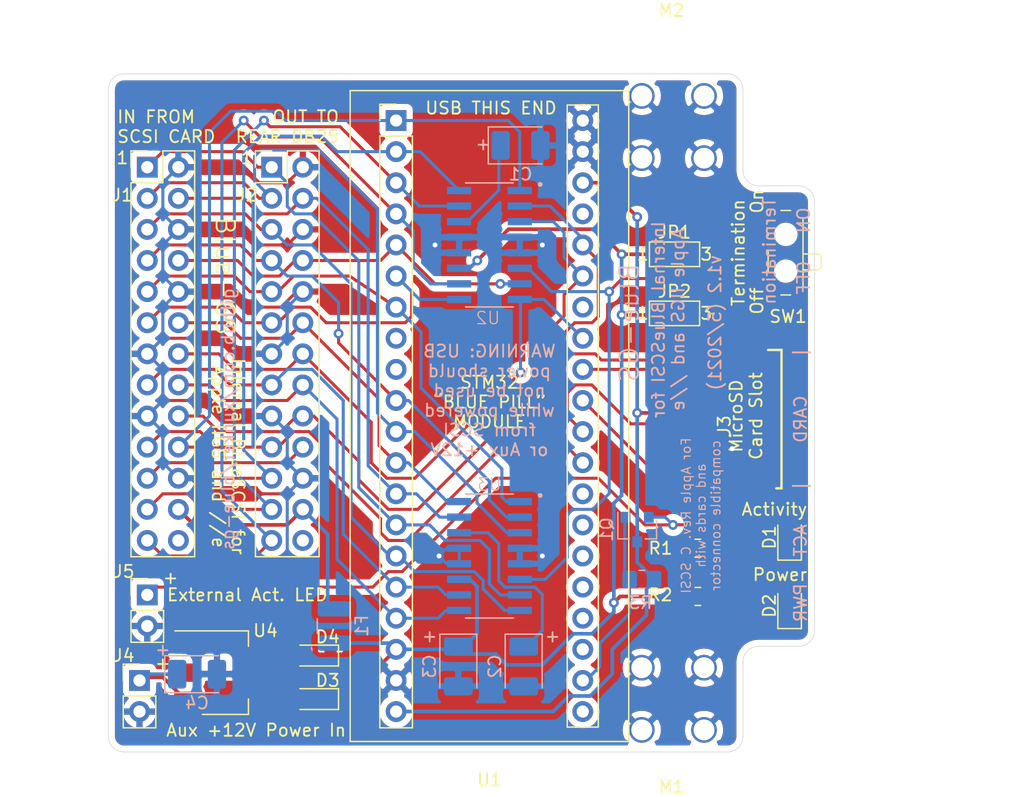
<source format=kicad_pcb>
(kicad_pcb (version 20171130) (host pcbnew "(5.1.8-0-10_14)")
  (layers (0 F.Cu signal) (31 B.Cu signal) (34 B.Paste user) (35 F.Paste user) (36 B.SilkS user) (37 F.SilkS user) (38 B.Mask user) (39 F.Mask user) (44 Edge.Cuts user))
  (net 0 "")
  (net 1 "Net-(U1-Pad37)")
  (net 2 "Net-(U1-Pad34)")
  (net 3 "Net-(U1-Pad8)")
  (net 4 "Net-(U1-Pad9)")
  (net 5 "Net-(U1-Pad28)")
  (net 6 "Net-(U1-Pad25)")
  (net 7 "Net-(U1-Pad24)")
  (net 8 "Net-(U1-Pad23)")
  (net 9 "Net-(U1-Pad21)")
  (net 10 "Net-(J1-Pad26)")
  (net 11 "Net-(J2-Pad26)")
  (net 12 +5V)
  (net 13 GND)
  (net 14 /SCSI_DB4)
  (net 15 /SCSI_DB2)
  (net 16 /SCSI_DB1)
  (net 17 /SCSI_DBP)
  (net 18 /SCSI_SEL)
  (net 19 /SCSI_ATN)
  (net 20 /SCSI_C_D)
  (net 21 /SCSI_DB7)
  (net 22 /SCSI_DB6)
  (net 23 /SCSI_DB5)
  (net 24 /SCSI_DB3)
  (net 25 /SCSI_DB0)
  (net 26 /SCSI_BSY)
  (net 27 /SCSI_ACK)
  (net 28 /SCSI_RST)
  (net 29 /SCSI_I_O)
  (net 30 /SCSI_MSG)
  (net 31 /SCSI_REQ)
  (net 32 /SD_MISO)
  (net 33 /SD_CSK)
  (net 34 +3V3)
  (net 35 /SD_MOSI)
  (net 36 /SD_CS)
  (net 37 "Net-(J3-Pad8)")
  (net 38 "Net-(J3-Pad1)")
  (net 39 "Net-(D2-Pad2)")
  (net 40 "Net-(C1-Pad1)")
  (net 41 "Net-(C2-Pad1)")
  (net 42 /TERM_DISC)
  (net 43 "Net-(D1-Pad1)")
  (net 44 /DEBUG_RX)
  (net 45 /DEBUG_TX)
  (net 46 "Net-(D4-Pad2)")
  (net 47 /+12V_AUX)
  (net 48 /TERM_EN)
  (net 49 /TERM_DIS)
  (net 50 /DISK_ACT)
  (net 51 /REG_OUT)
  (net 52 /SCSI_TERMPWR)
  (net 53 "Net-(D1-Pad2)")
  (module "my library:keystone-7774" (layer F.Cu) (at 180.721 53.871 180)
    (fp_text reference M2 (at 5.842 12.065) (layer F.SilkS))
    (fp_text value Screw_Terminal_01x01)
    (pad 1 thru_hole circle (at 8.26 5.08 180) (size 2.1 2.1) (drill 1.7) (layers *.Cu *.Mask) (net 13 GND))
    (pad 1 thru_hole circle (at 3.18 5.08 180) (size 2.1 2.1) (drill 1.7) (layers *.Cu *.Mask) (net 13 GND))
    (pad 1 thru_hole circle (at 8.26 0 180) (size 2.1 2.1) (drill 1.7) (layers *.Cu *.Mask) (net 13 GND))
    (pad 1 thru_hole circle (at 3.18 0 180) (size 2.1 2.1) (drill 1.7) (layers *.Cu *.Mask) (net 13 GND))
  )
  (module "my library:keystone-7774" (layer F.Cu) (at 180.721 100.561 180)
    (fp_text reference M1 (at 5.842 -4.649) (layer F.SilkS))
    (fp_text value Screw_Terminal_01x01)
    (pad 1 thru_hole circle (at 8.26 5.08 180) (size 2.1 2.1) (drill 1.7) (layers *.Cu *.Mask) (net 13 GND))
    (pad 1 thru_hole circle (at 3.18 5.08 180) (size 2.1 2.1) (drill 1.7) (layers *.Cu *.Mask) (net 13 GND))
    (pad 1 thru_hole circle (at 8.26 0 180) (size 2.1 2.1) (drill 1.7) (layers *.Cu *.Mask) (net 13 GND))
    (pad 1 thru_hole circle (at 3.18 0 180) (size 2.1 2.1) (drill 1.7) (layers *.Cu *.Mask) (net 13 GND))
  )
  (module Connector_PinHeader_2.54mm:PinHeader_1x02_P2.54mm_Vertical (layer F.Cu) (at 132.08 89.535)
    (fp_text reference J5 (at -1.905 -1.905 180) (layer F.SilkS))
    (fp_text value Conn_01x02_Male)
    (pad 2 thru_hole oval (at 0 2.54) (size 1.7 1.7) (drill 1) (layers *.Cu *.Mask) (net 13 GND))
    (pad 1 thru_hole rect (at 0 0) (size 1.7 1.7) (drill 1) (layers *.Cu *.Mask) (net 53 "Net-(D1-Pad2)"))
  )
  (module Resistor_SMD:R_0805_2012Metric_Pad1.20x1.40mm_HandSolder (layer B.Cu) (at 172.466 88.265 180)
    (fp_text reference R3 (at 0.127 -1.905) (layer B.SilkS) (effects (justify mirror)))
    (fp_text value 10K)
    (pad 2 smd roundrect (at 1 0 180) (size 1.2 1.4) (layers B.Cu B.Paste B.Mask) (roundrect_rratio 0.2083325) (net 50 /DISK_ACT))
    (pad 1 smd roundrect (at -1 0 180) (size 1.2 1.4) (layers B.Cu B.Paste B.Mask) (roundrect_rratio 0.2083325) (net 34 +3V3))
  )
  (module Package_TO_SOT_SMD:SOT-23 (layer B.Cu) (at 172.085 84.201 270)
    (fp_text reference Q1 (at 0 2.5 90) (layer B.SilkS) (effects (justify mirror)))
    (fp_text value Q_PMOS_GSD)
    (pad 3 smd rect (at 1 0 270) (size 0.9 0.8) (layers B.Cu B.Paste B.Mask) (net 34 +3V3))
    (pad 2 smd rect (at -1 -0.95 270) (size 0.9 0.8) (layers B.Cu B.Paste B.Mask) (net 53 "Net-(D1-Pad2)"))
    (pad 1 smd rect (at -1 0.95 270) (size 0.9 0.8) (layers B.Cu B.Paste B.Mask) (net 50 /DISK_ACT))
  )
  (module Fuse:Fuse_1210_3225Metric (layer B.Cu) (at 147.32 92.075 90)
    (fp_text reference F1 (at 0 2.28 270) (layer B.SilkS) (effects (justify mirror)))
    (fp_text value Fuse)
    (pad 2 smd roundrect (at 1.4 0 90) (size 1.25 2.65) (layers B.Cu B.Paste B.Mask) (roundrect_rratio 0.2) (net 52 /SCSI_TERMPWR))
    (pad 1 smd roundrect (at -1.4 0 90) (size 1.25 2.65) (layers B.Cu B.Paste B.Mask) (roundrect_rratio 0.2) (net 12 +5V))
  )
  (module Jumper:SolderJumper-3_P1.3mm_Open_Pad1.0x1.5mm_NumberLabels (layer F.Cu) (at 175.133 66.548)
    (fp_text reference JP2 (at 0 -1.8) (layer F.SilkS))
    (fp_text value Jumper_3_Open)
    (fp_text user 1 (at -2.6 0) (layer F.SilkS))
    (fp_text user 3 (at 2.6 0) (layer F.SilkS))
    (pad 1 smd rect (at -1.3 0) (size 1 1.5) (layers F.Cu F.Mask) (net 12 +5V))
    (pad 2 smd rect (at 0 0) (size 1 1.5) (layers F.Cu F.Mask) (net 49 /TERM_DIS))
    (pad 3 smd rect (at 1.3 0) (size 1 1.5) (layers F.Cu F.Mask) (net 13 GND))
  )
  (module Jumper:SolderJumper-3_P1.3mm_Open_Pad1.0x1.5mm_NumberLabels (layer F.Cu) (at 175.133 61.722)
    (fp_text reference JP1 (at 0 -1.8) (layer F.SilkS))
    (fp_text value Jumper_3_Open)
    (fp_text user 1 (at -2.6 0) (layer F.SilkS))
    (fp_text user 3 (at 2.6 0) (layer F.SilkS))
    (pad 1 smd rect (at -1.3 0) (size 1 1.5) (layers F.Cu F.Mask) (net 12 +5V))
    (pad 2 smd rect (at 0 0) (size 1 1.5) (layers F.Cu F.Mask) (net 48 /TERM_EN))
    (pad 3 smd rect (at 1.3 0) (size 1 1.5) (layers F.Cu F.Mask) (net 13 GND))
  )
  (module "Molex 105162-0001:105162-0001" (layer F.Cu) (at 177.419 75.184 90)
    (fp_text reference J3 (at -0.549 1.778 90) (layer F.SilkS))
    (fp_text value 105162-0001)
    (pad 15 smd rect (at -2.204 0.105 90) (size 2.91 0.55) (layers F.Cu F.Paste F.Mask))
    (pad 14 smd rect (at 1.986 0.105 90) (size 2.91 0.55) (layers F.Cu F.Paste F.Mask))
    (pad 13 smd rect (at -5.325 4.535 90) (size 1.05 2.39) (layers F.Cu F.Paste F.Mask) (net 13 GND))
    (pad 12 smd rect (at -5.325 1.35 90) (size 1.05 1.2) (layers F.Cu F.Paste F.Mask) (net 13 GND))
    (pad 11 smd rect (at 5.325 0.78 90) (size 1.05 1.2) (layers F.Cu F.Paste F.Mask) (net 13 GND))
    (pad 10 smd rect (at 5.325 3.39 90) (size 1.05 1.08) (layers F.Cu F.Paste F.Mask) (net 13 GND))
    (pad 9 smd rect (at 5.31 4.66 90) (size 0.72 0.78) (layers F.Cu F.Paste F.Mask) (net 13 GND))
    (pad 8 smd rect (at -4.15 7.34 90) (size 0.5 1) (layers F.Cu F.Paste F.Mask) (net 37 "Net-(J3-Pad8)"))
    (pad 7 smd rect (at -3.05 7.34 90) (size 0.5 1) (layers F.Cu F.Paste F.Mask) (net 32 /SD_MISO))
    (pad 6 smd rect (at -1.95 7.34 90) (size 0.5 1) (layers F.Cu F.Paste F.Mask) (net 13 GND))
    (pad 5 smd rect (at -0.85 7.34 90) (size 0.5 1) (layers F.Cu F.Paste F.Mask) (net 33 /SD_CSK))
    (pad 4 smd rect (at 0.25 7.34 90) (size 0.5 1) (layers F.Cu F.Paste F.Mask) (net 34 +3V3))
    (pad 3 smd rect (at 1.35 7.34 90) (size 0.5 1) (layers F.Cu F.Paste F.Mask) (net 35 /SD_MOSI))
    (pad 2 smd rect (at 2.45 7.34 90) (size 0.5 1) (layers F.Cu F.Paste F.Mask) (net 36 /SD_CS))
    (pad 1 smd rect (at 3.55 7.34 90) (size 0.5 1) (layers F.Cu F.Paste F.Mask) (net 38 "Net-(J3-Pad1)"))
  )
  (module Diode_SMD:D_SOD-323_HandSoldering (layer F.Cu) (at 145.796 94.488 180)
    (fp_text reference D4 (at -1.016 1.524) (layer F.SilkS))
    (fp_text value 1N5817,CUS08F30-H3F)
    (pad 2 smd rect (at 1.25 0 180) (size 1 1) (layers F.Cu F.Paste F.Mask) (net 46 "Net-(D4-Pad2)"))
    (pad 1 smd rect (at -1.25 0 180) (size 1 1) (layers F.Cu F.Paste F.Mask) (net 13 GND))
  )
  (module Diode_SMD:D_SOD-323_HandSoldering (layer F.Cu) (at 145.796 98.044 180)
    (fp_text reference D3 (at -1.016 1.524) (layer F.SilkS))
    (fp_text value 1N5817,1N5817,CUS08F30-H3F)
    (pad 2 smd rect (at 1.25 0 180) (size 1 1) (layers F.Cu F.Paste F.Mask) (net 51 /REG_OUT))
    (pad 1 smd rect (at -1.25 0 180) (size 1 1) (layers F.Cu F.Paste F.Mask) (net 12 +5V))
  )
  (module Package_TO_SOT_SMD:SOT-223-3_TabPin2 (layer F.Cu) (at 138.43 95.885)
    (fp_text reference U4 (at 3.302 -3.429) (layer F.SilkS))
    (fp_text value AMS1117-5.0)
    (pad 1 smd rect (at -3.15 -2.3) (size 2 1.5) (layers F.Cu F.Paste F.Mask) (net 46 "Net-(D4-Pad2)"))
    (pad 3 smd rect (at -3.15 2.3) (size 2 1.5) (layers F.Cu F.Paste F.Mask) (net 47 /+12V_AUX))
    (pad 2 smd rect (at -3.15 0) (size 2 1.5) (layers F.Cu F.Paste F.Mask) (net 51 /REG_OUT))
    (pad 2 smd rect (at 3.15 0) (size 2 3.8) (layers F.Cu F.Paste F.Mask) (net 51 /REG_OUT))
  )
  (module Connector_PinHeader_2.54mm:PinHeader_1x02_P2.54mm_Vertical (layer F.Cu) (at 131.445 96.52)
    (fp_text reference J4 (at -1.27 -2.032 180) (layer F.SilkS))
    (fp_text value Conn_01x02_Male)
    (pad 2 thru_hole oval (at 0 2.54) (size 1.7 1.7) (drill 1) (layers *.Cu *.Mask) (net 13 GND))
    (pad 1 thru_hole rect (at 0 0) (size 1.7 1.7) (drill 1) (layers *.Cu *.Mask) (net 47 /+12V_AUX))
  )
  (module Capacitor_Tantalum_SMD:CP_EIA-3528-21_Kemet-B_Pad1.50x2.35mm_HandSolder (layer B.Cu) (at 136.144 96.012)
    (fp_text reference C4 (at 0 2.35 180) (layer B.SilkS) (effects (justify mirror)))
    (fp_text value 10uF)
    (pad 2 smd roundrect (at 1.625 0) (size 1.5 2.35) (layers B.Cu B.Paste B.Mask) (roundrect_rratio 0.1666666666666667) (net 13 GND))
    (pad 1 smd roundrect (at -1.625 0) (size 1.5 2.35) (layers B.Cu B.Paste B.Mask) (roundrect_rratio 0.1666666666666667) (net 47 /+12V_AUX))
  )
  (module Button_Switch_SMD:SW_SPDT_PCM12 (layer F.Cu) (at 183.896 61.595 90)
    (fp_text reference SW1 (at -5.207 0.508) (layer F.SilkS))
    (fp_text value SW_SPDT)
    (pad "" np_thru_hole circle (at -1.5 0.33 90) (size 0.9 0.9) (drill 0.9) (layers *.Cu *.Mask))
    (pad "" np_thru_hole circle (at 1.5 0.33 90) (size 0.9 0.9) (drill 0.9) (layers *.Cu *.Mask))
    (pad 1 smd rect (at -2.25 -1.43 90) (size 0.7 1.5) (layers F.Cu F.Paste F.Mask) (net 49 /TERM_DIS))
    (pad 2 smd rect (at 0.75 -1.43 90) (size 0.7 1.5) (layers F.Cu F.Paste F.Mask) (net 42 /TERM_DISC))
    (pad 3 smd rect (at 2.25 -1.43 90) (size 0.7 1.5) (layers F.Cu F.Paste F.Mask) (net 48 /TERM_EN))
    (pad "" smd rect (at -3.65 1.43 90) (size 1 0.8) (layers F.Cu F.Paste F.Mask))
    (pad "" smd rect (at 3.65 1.43 90) (size 1 0.8) (layers F.Cu F.Paste F.Mask))
    (pad "" smd rect (at 3.65 -0.78 90) (size 1 0.8) (layers F.Cu F.Paste F.Mask))
    (pad "" smd rect (at -3.65 -0.78 90) (size 1 0.8) (layers F.Cu F.Paste F.Mask))
  )
  (module Capacitor_Tantalum_SMD:CP_EIA-3528-21_Kemet-B_Pad1.50x2.35mm_HandSolder (layer B.Cu) (at 157.48 95.377 270)
    (fp_text reference C3 (at 0 2.35 90) (layer B.SilkS) (effects (justify mirror)))
    (fp_text value "4.7uF, 6.3v")
    (pad 2 smd roundrect (at 1.625 0 270) (size 1.5 2.35) (layers B.Cu B.Paste B.Mask) (roundrect_rratio 0.1666666666666667) (net 13 GND))
    (pad 1 smd roundrect (at -1.625 0 270) (size 1.5 2.35) (layers B.Cu B.Paste B.Mask) (roundrect_rratio 0.1666666666666667) (net 12 +5V))
  )
  (module Capacitor_Tantalum_SMD:CP_EIA-3528-21_Kemet-B_Pad1.50x2.35mm_HandSolder (layer B.Cu) (at 162.814 95.377 270)
    (fp_text reference C2 (at 0 2.35 90) (layer B.SilkS) (effects (justify mirror)))
    (fp_text value "4.7uF, 6.3v")
    (pad 2 smd roundrect (at 1.625 0 270) (size 1.5 2.35) (layers B.Cu B.Paste B.Mask) (roundrect_rratio 0.1666666666666667) (net 13 GND))
    (pad 1 smd roundrect (at -1.625 0 270) (size 1.5 2.35) (layers B.Cu B.Paste B.Mask) (roundrect_rratio 0.1666666666666667) (net 41 "Net-(C2-Pad1)"))
  )
  (module Capacitor_Tantalum_SMD:CP_EIA-3528-21_Kemet-B_Pad1.50x2.35mm_HandSolder (layer B.Cu) (at 162.56 52.832)
    (fp_text reference C1 (at 0 2.35) (layer B.SilkS) (effects (justify mirror)))
    (fp_text value "4.7uF, 6.3v")
    (pad 2 smd roundrect (at 1.625 0) (size 1.5 2.35) (layers B.Cu B.Paste B.Mask) (roundrect_rratio 0.1666666666666667) (net 13 GND))
    (pad 1 smd roundrect (at -1.625 0) (size 1.5 2.35) (layers B.Cu B.Paste B.Mask) (roundrect_rratio 0.1666666666666667) (net 40 "Net-(C1-Pad1)"))
  )
  (module LED_SMD:LED_0805_2012Metric_Pad1.15x1.40mm_HandSolder (layer F.Cu) (at 184.531 90.424 90)
    (fp_text reference D2 (at 0 -1.65 90) (layer F.SilkS))
    (fp_text value LED)
    (pad 2 smd roundrect (at 1.025 0 90) (size 1.15 1.4) (layers F.Cu F.Paste F.Mask) (roundrect_rratio 0.2173904347826087) (net 39 "Net-(D2-Pad2)"))
    (pad 1 smd roundrect (at -1.025 0 90) (size 1.15 1.4) (layers F.Cu F.Paste F.Mask) (roundrect_rratio 0.2173904347826087) (net 13 GND))
  )
  (module LED_SMD:LED_0805_2012Metric_Pad1.15x1.40mm_HandSolder (layer F.Cu) (at 184.531 84.836 90)
    (fp_text reference D1 (at 0 -1.65 90) (layer F.SilkS))
    (fp_text value LED)
    (pad 2 smd roundrect (at 1.025 0 90) (size 1.15 1.4) (layers F.Cu F.Paste F.Mask) (roundrect_rratio 0.2173904347826087) (net 53 "Net-(D1-Pad2)"))
    (pad 1 smd roundrect (at -1.025 0 90) (size 1.15 1.4) (layers F.Cu F.Paste F.Mask) (roundrect_rratio 0.2173904347826087) (net 43 "Net-(D1-Pad1)"))
  )
  (module Resistor_SMD:R_0805_2012Metric_Pad1.20x1.40mm_HandSolder (layer F.Cu) (at 177.038 89.662 180)
    (fp_text reference R2 (at 3.048 0.127) (layer F.SilkS))
    (fp_text value 1K)
    (pad 2 smd roundrect (at 1 0 180) (size 1.2 1.4) (layers F.Cu F.Paste F.Mask) (roundrect_rratio 0.2083325) (net 12 +5V))
    (pad 1 smd roundrect (at -1 0 180) (size 1.2 1.4) (layers F.Cu F.Paste F.Mask) (roundrect_rratio 0.2083325) (net 39 "Net-(D2-Pad2)"))
  )
  (module Resistor_SMD:R_0805_2012Metric_Pad1.20x1.40mm_HandSolder (layer F.Cu) (at 177.038 85.725)
    (fp_text reference R1 (at -3.048 0) (layer F.SilkS))
    (fp_text value 470)
    (pad 2 smd roundrect (at 1 0) (size 1.2 1.4) (layers F.Cu F.Paste F.Mask) (roundrect_rratio 0.2083325) (net 43 "Net-(D1-Pad1)"))
    (pad 1 smd roundrect (at -1 0) (size 1.2 1.4) (layers F.Cu F.Paste F.Mask) (roundrect_rratio 0.2083325) (net 13 GND))
  )
  (module Connector_PinHeader_2.54mm:PinHeader_2x13_P2.54mm_Vertical (layer F.Cu) (at 142.24 54.61)
    (fp_text reference J2 (at -2.032 2.286) (layer F.SilkS))
    (fp_text value Conn_02x13_Odd_Even)
    (pad 26 thru_hole oval (at 2.54 30.48) (size 1.7 1.7) (drill 1) (layers *.Cu *.Mask) (net 11 "Net-(J2-Pad26)"))
    (pad 25 thru_hole oval (at 0 30.48) (size 1.7 1.7) (drill 1) (layers *.Cu *.Mask) (net 21 /SCSI_DB7))
    (pad 24 thru_hole oval (at 2.54 27.94) (size 1.7 1.7) (drill 1) (layers *.Cu *.Mask) (net 52 /SCSI_TERMPWR))
    (pad 23 thru_hole oval (at 0 27.94) (size 1.7 1.7) (drill 1) (layers *.Cu *.Mask) (net 22 /SCSI_DB6))
    (pad 22 thru_hole oval (at 2.54 25.4) (size 1.7 1.7) (drill 1) (layers *.Cu *.Mask) (net 13 GND))
    (pad 21 thru_hole oval (at 0 25.4) (size 1.7 1.7) (drill 1) (layers *.Cu *.Mask) (net 23 /SCSI_DB5))
    (pad 20 thru_hole oval (at 2.54 22.86) (size 1.7 1.7) (drill 1) (layers *.Cu *.Mask) (net 14 /SCSI_DB4))
    (pad 19 thru_hole oval (at 0 22.86) (size 1.7 1.7) (drill 1) (layers *.Cu *.Mask) (net 24 /SCSI_DB3))
    (pad 18 thru_hole oval (at 2.54 20.32) (size 1.7 1.7) (drill 1) (layers *.Cu *.Mask) (net 15 /SCSI_DB2))
    (pad 17 thru_hole oval (at 0 20.32) (size 1.7 1.7) (drill 1) (layers *.Cu *.Mask) (net 13 GND))
    (pad 16 thru_hole oval (at 2.54 17.78) (size 1.7 1.7) (drill 1) (layers *.Cu *.Mask) (net 16 /SCSI_DB1))
    (pad 15 thru_hole oval (at 0 17.78) (size 1.7 1.7) (drill 1) (layers *.Cu *.Mask) (net 25 /SCSI_DB0))
    (pad 14 thru_hole oval (at 2.54 15.24) (size 1.7 1.7) (drill 1) (layers *.Cu *.Mask) (net 17 /SCSI_DBP))
    (pad 13 thru_hole oval (at 0 15.24) (size 1.7 1.7) (drill 1) (layers *.Cu *.Mask) (net 13 GND))
    (pad 12 thru_hole oval (at 2.54 12.7) (size 1.7 1.7) (drill 1) (layers *.Cu *.Mask) (net 18 /SCSI_SEL))
    (pad 11 thru_hole oval (at 0 12.7) (size 1.7 1.7) (drill 1) (layers *.Cu *.Mask) (net 26 /SCSI_BSY))
    (pad 10 thru_hole oval (at 2.54 10.16) (size 1.7 1.7) (drill 1) (layers *.Cu *.Mask) (net 13 GND))
    (pad 9 thru_hole oval (at 0 10.16) (size 1.7 1.7) (drill 1) (layers *.Cu *.Mask) (net 27 /SCSI_ACK))
    (pad 8 thru_hole oval (at 2.54 7.62) (size 1.7 1.7) (drill 1) (layers *.Cu *.Mask) (net 19 /SCSI_ATN))
    (pad 7 thru_hole oval (at 0 7.62) (size 1.7 1.7) (drill 1) (layers *.Cu *.Mask) (net 28 /SCSI_RST))
    (pad 6 thru_hole oval (at 2.54 5.08) (size 1.7 1.7) (drill 1) (layers *.Cu *.Mask) (net 13 GND))
    (pad 5 thru_hole oval (at 0 5.08) (size 1.7 1.7) (drill 1) (layers *.Cu *.Mask) (net 29 /SCSI_I_O))
    (pad 4 thru_hole oval (at 2.54 2.54) (size 1.7 1.7) (drill 1) (layers *.Cu *.Mask) (net 20 /SCSI_C_D))
    (pad 3 thru_hole oval (at 0 2.54) (size 1.7 1.7) (drill 1) (layers *.Cu *.Mask) (net 30 /SCSI_MSG))
    (pad 2 thru_hole oval (at 2.54 0) (size 1.7 1.7) (drill 1) (layers *.Cu *.Mask) (net 13 GND))
    (pad 1 thru_hole rect (at 0 0) (size 1.7 1.7) (drill 1) (layers *.Cu *.Mask) (net 31 /SCSI_REQ))
  )
  (module "my library:YAAJ_BluePill_2" (layer F.Cu) (at 152.4 50.8)
    (fp_text reference U1 (at 7.62 53.848) (layer F.SilkS))
    (fp_text value YAAJ_BluePill hide)
    (pad 40 thru_hole circle (at 15.24 0) (size 1.7 1.7) (drill 1) (layers *.Cu *.Mask) (net 13 GND))
    (pad 1 thru_hole rect (at 0 0) (size 1.7 1.7) (drill 1) (layers *.Cu *.Mask) (net 14 /SCSI_DB4))
    (pad 39 thru_hole circle (at 15.24 2.54) (size 1.7 1.7) (drill 1) (layers *.Cu *.Mask) (net 13 GND))
    (pad 2 thru_hole circle (at 0 2.54) (size 1.7 1.7) (drill 1) (layers *.Cu *.Mask) (net 23 /SCSI_DB5))
    (pad 38 thru_hole circle (at 15.24 5.08) (size 1.7 1.7) (drill 1) (layers *.Cu *.Mask) (net 34 +3V3))
    (pad 3 thru_hole circle (at 0 5.08) (size 1.7 1.7) (drill 1) (layers *.Cu *.Mask) (net 22 /SCSI_DB6))
    (pad 37 thru_hole circle (at 15.24 7.62) (size 1.7 1.7) (drill 1) (layers *.Cu *.Mask) (net 1 "Net-(U1-Pad37)"))
    (pad 4 thru_hole circle (at 0 7.62) (size 1.7 1.7) (drill 1) (layers *.Cu *.Mask) (net 21 /SCSI_DB7))
    (pad 36 thru_hole circle (at 15.24 10.16) (size 1.7 1.7) (drill 1) (layers *.Cu *.Mask) (net 24 /SCSI_DB3))
    (pad 5 thru_hole circle (at 0 10.16) (size 1.7 1.7) (drill 1) (layers *.Cu *.Mask) (net 19 /SCSI_ATN))
    (pad 35 thru_hole circle (at 15.24 12.7) (size 1.7 1.7) (drill 1) (layers *.Cu *.Mask) (net 15 /SCSI_DB2))
    (pad 6 thru_hole circle (at 0 12.7) (size 1.7 1.7) (drill 1) (layers *.Cu *.Mask) (net 26 /SCSI_BSY))
    (pad 34 thru_hole circle (at 15.24 15.24) (size 1.7 1.7) (drill 1) (layers *.Cu *.Mask) (net 2 "Net-(U1-Pad34)"))
    (pad 7 thru_hole circle (at 0 15.24) (size 1.7 1.7) (drill 1) (layers *.Cu *.Mask) (net 27 /SCSI_ACK))
    (pad 33 thru_hole circle (at 15.24 17.78) (size 1.7 1.7) (drill 1) (layers *.Cu *.Mask) (net 17 /SCSI_DBP))
    (pad 8 thru_hole circle (at 0 17.78) (size 1.7 1.7) (drill 1) (layers *.Cu *.Mask) (net 3 "Net-(U1-Pad8)"))
    (pad 32 thru_hole circle (at 15.24 20.32) (size 1.7 1.7) (drill 1) (layers *.Cu *.Mask) (net 35 /SD_MOSI))
    (pad 9 thru_hole circle (at 0 20.32) (size 1.7 1.7) (drill 1) (layers *.Cu *.Mask) (net 4 "Net-(U1-Pad9)"))
    (pad 31 thru_hole circle (at 15.24 22.86) (size 1.7 1.7) (drill 1) (layers *.Cu *.Mask) (net 32 /SD_MISO))
    (pad 10 thru_hole circle (at 0 22.86) (size 1.7 1.7) (drill 1) (layers *.Cu *.Mask) (net 28 /SCSI_RST))
    (pad 30 thru_hole circle (at 15.24 25.4) (size 1.7 1.7) (drill 1) (layers *.Cu *.Mask) (net 33 /SD_CSK))
    (pad 11 thru_hole circle (at 0 25.4) (size 1.7 1.7) (drill 1) (layers *.Cu *.Mask) (net 30 /SCSI_MSG))
    (pad 29 thru_hole circle (at 15.24 27.94) (size 1.7 1.7) (drill 1) (layers *.Cu *.Mask) (net 36 /SD_CS))
    (pad 12 thru_hole circle (at 0 27.94) (size 1.7 1.7) (drill 1) (layers *.Cu *.Mask) (net 18 /SCSI_SEL))
    (pad 28 thru_hole circle (at 15.24 30.48) (size 1.7 1.7) (drill 1) (layers *.Cu *.Mask) (net 5 "Net-(U1-Pad28)"))
    (pad 13 thru_hole circle (at 0 30.48) (size 1.7 1.7) (drill 1) (layers *.Cu *.Mask) (net 20 /SCSI_C_D))
    (pad 27 thru_hole circle (at 15.24 33.02) (size 1.7 1.7) (drill 1) (layers *.Cu *.Mask) (net 44 /DEBUG_RX))
    (pad 14 thru_hole circle (at 0 33.02) (size 1.7 1.7) (drill 1) (layers *.Cu *.Mask) (net 31 /SCSI_REQ))
    (pad 26 thru_hole circle (at 15.24 35.56) (size 1.7 1.7) (drill 1) (layers *.Cu *.Mask) (net 45 /DEBUG_TX))
    (pad 15 thru_hole circle (at 0 35.56) (size 1.7 1.7) (drill 1) (layers *.Cu *.Mask) (net 29 /SCSI_I_O))
    (pad 25 thru_hole circle (at 15.24 38.1) (size 1.7 1.7) (drill 1) (layers *.Cu *.Mask) (net 6 "Net-(U1-Pad25)"))
    (pad 16 thru_hole circle (at 0 38.1) (size 1.7 1.7) (drill 1) (layers *.Cu *.Mask) (net 25 /SCSI_DB0))
    (pad 24 thru_hole circle (at 15.24 40.64) (size 1.7 1.7) (drill 1) (layers *.Cu *.Mask) (net 7 "Net-(U1-Pad24)"))
    (pad 17 thru_hole circle (at 0 40.64) (size 1.7 1.7) (drill 1) (layers *.Cu *.Mask) (net 16 /SCSI_DB1))
    (pad 23 thru_hole circle (at 15.24 43.18) (size 1.7 1.7) (drill 1) (layers *.Cu *.Mask) (net 8 "Net-(U1-Pad23)"))
    (pad 18 thru_hole circle (at 0 43.18) (size 1.7 1.7) (drill 1) (layers *.Cu *.Mask) (net 12 +5V))
    (pad 22 thru_hole circle (at 15.24 45.72) (size 1.7 1.7) (drill 1) (layers *.Cu *.Mask) (net 50 /DISK_ACT))
    (pad 19 thru_hole circle (at 0 45.72) (size 1.7 1.7) (drill 1) (layers *.Cu *.Mask) (net 13 GND))
    (pad 21 thru_hole circle (at 15.24 48.26) (size 1.7 1.7) (drill 1) (layers *.Cu *.Mask) (net 9 "Net-(U1-Pad21)"))
    (pad 20 thru_hole circle (at 0 48.26) (size 1.7 1.7) (drill 1) (layers *.Cu *.Mask) (net 34 +3V3))
  )
  (module "my library:SOIC127P600X175-16N" (layer B.Cu) (at 160.02 86.36 180)
    (fp_text reference U3 (at 0 5.842) (layer B.SilkS) (effects (font (thickness 0.1)) (justify mirror)))
    (fp_text value "UC560x, UCC56xx")
    (pad 1 smd rect (at -2.475 4.445 180) (size 1.97 0.6) (layers B.Cu B.Paste B.Mask) (net 27 /SCSI_ACK))
    (pad 2 smd rect (at -2.475 3.175 180) (size 1.97 0.6) (layers B.Cu B.Paste B.Mask) (net 28 /SCSI_RST))
    (pad 3 smd rect (at -2.475 1.905 180) (size 1.97 0.6) (layers B.Cu B.Paste B.Mask) (net 30 /SCSI_MSG))
    (pad 4 smd rect (at -2.475 0.635 180) (size 1.97 0.6) (layers B.Cu B.Paste B.Mask) (net 13 GND))
    (pad 5 smd rect (at -2.475 -0.635 180) (size 1.97 0.6) (layers B.Cu B.Paste B.Mask) (net 13 GND))
    (pad 6 smd rect (at -2.475 -1.905 180) (size 1.97 0.6) (layers B.Cu B.Paste B.Mask) (net 42 /TERM_DISC))
    (pad 7 smd rect (at -2.475 -3.175 180) (size 1.97 0.6) (layers B.Cu B.Paste B.Mask) (net 31 /SCSI_REQ))
    (pad 8 smd rect (at -2.475 -4.445 180) (size 1.97 0.6) (layers B.Cu B.Paste B.Mask) (net 29 /SCSI_I_O))
    (pad 9 smd rect (at 2.475 -4.445 180) (size 1.97 0.6) (layers B.Cu B.Paste B.Mask) (net 16 /SCSI_DB1))
    (pad 10 smd rect (at 2.475 -3.175 180) (size 1.97 0.6) (layers B.Cu B.Paste B.Mask) (net 25 /SCSI_DB0))
    (pad 11 smd rect (at 2.475 -1.905 180) (size 1.97 0.6) (layers B.Cu B.Paste B.Mask) (net 12 +5V))
    (pad 12 smd rect (at 2.475 -0.635 180) (size 1.97 0.6) (layers B.Cu B.Paste B.Mask) (net 13 GND))
    (pad 13 smd rect (at 2.475 0.635 180) (size 1.97 0.6) (layers B.Cu B.Paste B.Mask) (net 13 GND))
    (pad 14 smd rect (at 2.475 1.905 180) (size 1.97 0.6) (layers B.Cu B.Paste B.Mask) (net 41 "Net-(C2-Pad1)"))
    (pad 15 smd rect (at 2.475 3.175 180) (size 1.97 0.6) (layers B.Cu B.Paste B.Mask) (net 20 /SCSI_C_D))
    (pad 16 smd rect (at 2.475 4.445 180) (size 1.97 0.6) (layers B.Cu B.Paste B.Mask) (net 18 /SCSI_SEL))
  )
  (module "my library:SOIC127P600X175-16N" (layer B.Cu) (at 160.02 60.96 180)
    (fp_text reference U2 (at 0.127 -5.969) (layer B.SilkS) (effects (font (thickness 0.1)) (justify mirror)))
    (fp_text value "UC560x, UCC56xx")
    (pad 1 smd rect (at -2.475 4.445 180) (size 1.97 0.6) (layers B.Cu B.Paste B.Mask) (net 14 /SCSI_DB4))
    (pad 2 smd rect (at -2.475 3.175 180) (size 1.97 0.6) (layers B.Cu B.Paste B.Mask) (net 24 /SCSI_DB3))
    (pad 3 smd rect (at -2.475 1.905 180) (size 1.97 0.6) (layers B.Cu B.Paste B.Mask) (net 15 /SCSI_DB2))
    (pad 4 smd rect (at -2.475 0.635 180) (size 1.97 0.6) (layers B.Cu B.Paste B.Mask) (net 13 GND))
    (pad 5 smd rect (at -2.475 -0.635 180) (size 1.97 0.6) (layers B.Cu B.Paste B.Mask) (net 13 GND))
    (pad 6 smd rect (at -2.475 -1.905 180) (size 1.97 0.6) (layers B.Cu B.Paste B.Mask) (net 42 /TERM_DISC))
    (pad 7 smd rect (at -2.475 -3.175 180) (size 1.97 0.6) (layers B.Cu B.Paste B.Mask) (net 19 /SCSI_ATN))
    (pad 8 smd rect (at -2.475 -4.445 180) (size 1.97 0.6) (layers B.Cu B.Paste B.Mask) (net 17 /SCSI_DBP))
    (pad 9 smd rect (at 2.475 -4.445 180) (size 1.97 0.6) (layers B.Cu B.Paste B.Mask) (net 26 /SCSI_BSY))
    (pad 10 smd rect (at 2.475 -3.175 180) (size 1.97 0.6) (layers B.Cu B.Paste B.Mask) (net 21 /SCSI_DB7))
    (pad 11 smd rect (at 2.475 -1.905 180) (size 1.97 0.6) (layers B.Cu B.Paste B.Mask) (net 12 +5V))
    (pad 12 smd rect (at 2.475 -0.635 180) (size 1.97 0.6) (layers B.Cu B.Paste B.Mask) (net 13 GND))
    (pad 13 smd rect (at 2.475 0.635 180) (size 1.97 0.6) (layers B.Cu B.Paste B.Mask) (net 13 GND))
    (pad 14 smd rect (at 2.475 1.905 180) (size 1.97 0.6) (layers B.Cu B.Paste B.Mask) (net 40 "Net-(C1-Pad1)"))
    (pad 15 smd rect (at 2.475 3.175 180) (size 1.97 0.6) (layers B.Cu B.Paste B.Mask) (net 22 /SCSI_DB6))
    (pad 16 smd rect (at 2.475 4.445 180) (size 1.97 0.6) (layers B.Cu B.Paste B.Mask) (net 23 /SCSI_DB5))
  )
  (module Connector_PinHeader_2.54mm:PinHeader_2x13_P2.54mm_Vertical (layer F.Cu) (at 132.08 54.61)
    (fp_text reference J1 (at -2.032 2.286) (layer F.SilkS))
    (fp_text value Conn_02x13_Odd_Even)
    (pad 26 thru_hole oval (at 2.54 30.48) (size 1.7 1.7) (drill 1) (layers *.Cu *.Mask) (net 10 "Net-(J1-Pad26)"))
    (pad 25 thru_hole oval (at 0 30.48) (size 1.7 1.7) (drill 1) (layers *.Cu *.Mask) (net 21 /SCSI_DB7))
    (pad 24 thru_hole oval (at 2.54 27.94) (size 1.7 1.7) (drill 1) (layers *.Cu *.Mask) (net 52 /SCSI_TERMPWR))
    (pad 23 thru_hole oval (at 0 27.94) (size 1.7 1.7) (drill 1) (layers *.Cu *.Mask) (net 22 /SCSI_DB6))
    (pad 22 thru_hole oval (at 2.54 25.4) (size 1.7 1.7) (drill 1) (layers *.Cu *.Mask) (net 13 GND))
    (pad 21 thru_hole oval (at 0 25.4) (size 1.7 1.7) (drill 1) (layers *.Cu *.Mask) (net 23 /SCSI_DB5))
    (pad 20 thru_hole oval (at 2.54 22.86) (size 1.7 1.7) (drill 1) (layers *.Cu *.Mask) (net 14 /SCSI_DB4))
    (pad 19 thru_hole oval (at 0 22.86) (size 1.7 1.7) (drill 1) (layers *.Cu *.Mask) (net 24 /SCSI_DB3))
    (pad 18 thru_hole oval (at 2.54 20.32) (size 1.7 1.7) (drill 1) (layers *.Cu *.Mask) (net 15 /SCSI_DB2))
    (pad 17 thru_hole oval (at 0 20.32) (size 1.7 1.7) (drill 1) (layers *.Cu *.Mask) (net 13 GND))
    (pad 16 thru_hole oval (at 2.54 17.78) (size 1.7 1.7) (drill 1) (layers *.Cu *.Mask) (net 16 /SCSI_DB1))
    (pad 15 thru_hole oval (at 0 17.78) (size 1.7 1.7) (drill 1) (layers *.Cu *.Mask) (net 25 /SCSI_DB0))
    (pad 14 thru_hole oval (at 2.54 15.24) (size 1.7 1.7) (drill 1) (layers *.Cu *.Mask) (net 17 /SCSI_DBP))
    (pad 13 thru_hole oval (at 0 15.24) (size 1.7 1.7) (drill 1) (layers *.Cu *.Mask) (net 13 GND))
    (pad 12 thru_hole oval (at 2.54 12.7) (size 1.7 1.7) (drill 1) (layers *.Cu *.Mask) (net 18 /SCSI_SEL))
    (pad 11 thru_hole oval (at 0 12.7) (size 1.7 1.7) (drill 1) (layers *.Cu *.Mask) (net 26 /SCSI_BSY))
    (pad 10 thru_hole oval (at 2.54 10.16) (size 1.7 1.7) (drill 1) (layers *.Cu *.Mask) (net 13 GND))
    (pad 9 thru_hole oval (at 0 10.16) (size 1.7 1.7) (drill 1) (layers *.Cu *.Mask) (net 27 /SCSI_ACK))
    (pad 8 thru_hole oval (at 2.54 7.62) (size 1.7 1.7) (drill 1) (layers *.Cu *.Mask) (net 19 /SCSI_ATN))
    (pad 7 thru_hole oval (at 0 7.62) (size 1.7 1.7) (drill 1) (layers *.Cu *.Mask) (net 28 /SCSI_RST))
    (pad 6 thru_hole oval (at 2.54 5.08) (size 1.7 1.7) (drill 1) (layers *.Cu *.Mask) (net 13 GND))
    (pad 5 thru_hole oval (at 0 5.08) (size 1.7 1.7) (drill 1) (layers *.Cu *.Mask) (net 29 /SCSI_I_O))
    (pad 4 thru_hole oval (at 2.54 2.54) (size 1.7 1.7) (drill 1) (layers *.Cu *.Mask) (net 20 /SCSI_C_D))
    (pad 3 thru_hole oval (at 0 2.54) (size 1.7 1.7) (drill 1) (layers *.Cu *.Mask) (net 30 /SCSI_MSG))
    (pad 2 thru_hole oval (at 2.54 0) (size 1.7 1.7) (drill 1) (layers *.Cu *.Mask) (net 13 GND))
    (pad 1 thru_hole rect (at 0 0) (size 1.7 1.7) (drill 1) (layers *.Cu *.Mask) (net 31 /SCSI_REQ))
  )
  (gr_text "|    CARD    |" (at 185.42 75.184 90) (layer B.SilkS) (effects (font (size 1 1)) (justify mirror)))
  (gr_text "External Act. LED" (at 133.604 89.535) (layer F.SilkS) (effects (font (size 1 1)) (justify left)))
  (gr_text + (at 133.985 88.265 180) (layer F.SilkS) (effects (font (size 1 1))))
  (gr_text Blue-GS (at 138.43 63.5 270) (layer F.SilkS) (effects (font (size 1.5 1.5))))
  (gr_text "v1.2 (5/2021)" (at 178.435 67.31 90) (layer B.SilkS) (effects (font (size 1 1)) (justify mirror)))
  (gr_text Blue-GS (at 171.45 67.31 90) (layer B.SilkS) (effects (font (size 1.5 1.5)) (justify mirror)))
  (gr_text + (at 133.35 95.25 180) (layer F.SilkS) (effects (font (size 1 1))))
  (gr_text + (at 133.35 93.98) (layer B.SilkS) (effects (font (size 1 1)) (justify mirror)))
  (gr_text "Aux +12V Power In" (at 140.97 100.584) (layer F.SilkS) (effects (font (size 1 1))))
  (gr_text "Internal BlueSCSI for\nApple IIGS and //e" (at 174.625 67.056 90) (layer B.SilkS) (effects (font (size 1 1)) (justify mirror)))
  (gr_arc (start 181.991 94.996) (end 181.991 93.726) (angle -90) (layer Edge.Cuts) (width 0.05))
  (gr_arc (start 181.991 54.864) (end 180.721 54.864) (angle -90) (layer Edge.Cuts) (width 0.05))
  (gr_arc (start 185.293 57.404) (end 186.563 57.404) (angle -90) (layer Edge.Cuts) (width 0.05))
  (gr_arc (start 185.293 92.456) (end 185.293 93.726) (angle -90) (layer Edge.Cuts) (width 0.05))
  (gr_arc (start 130.175 101.092) (end 128.905 101.092) (angle -90) (layer Edge.Cuts) (width 0.05))
  (gr_arc (start 179.451 101.092) (end 179.451 102.362) (angle -90) (layer Edge.Cuts) (width 0.05))
  (gr_arc (start 179.451 48.26) (end 180.721 48.26) (angle -90) (layer Edge.Cuts) (width 0.05))
  (gr_arc (start 130.175 48.26) (end 130.175 46.99) (angle -90) (layer Edge.Cuts) (width 0.05))
  (gr_text "WARNING: USB\npower should\nnot be used\nwhile powered\nfrom SCSI\nor Aux +12V" (at 160.02 73.66) (layer B.SilkS) (effects (font (size 1 1)) (justify mirror)))
  (gr_line (start 181.991 93.726) (end 185.293 93.726) (layer Edge.Cuts) (width 0.05))
  (gr_line (start 180.721 94.996) (end 180.721 101.092) (layer Edge.Cuts) (width 0.05))
  (gr_line (start 181.991 56.134) (end 185.293 56.134) (layer Edge.Cuts) (width 0.05))
  (gr_line (start 180.721 48.26) (end 180.721 54.864) (layer Edge.Cuts) (width 0.05))
  (gr_text "For Apple Rev. C SCSI\nand cards with\ncompatible connector" (at 177.292 83.058 90) (layer B.SilkS) (effects (font (size 0.75 0.75) (thickness 0.1)) (justify mirror)))
  (gr_text "MicroSD\nCard Slot" (at 180.975 74.93 90) (layer F.SilkS) (effects (font (size 1 1))))
  (gr_text Off (at 181.864 65.532 90) (layer F.SilkS) (effects (font (size 1 1))))
  (gr_text On (at 181.864 57.404 90) (layer F.SilkS) (effects (font (size 1 1))))
  (gr_text Termination (at 180.34 61.595 90) (layer F.SilkS) (effects (font (size 1 1))))
  (gr_text Power (at 186.055 87.884) (layer F.SilkS) (effects (font (size 1 1)) (justify right)))
  (gr_text Activity (at 186.055 82.55) (layer F.SilkS) (effects (font (size 1 1)) (justify right)))
  (gr_text github.com/xunker/blue-gs (at 138.684 75.184 90) (layer B.SilkS) (effects (font (size 1 1)) (justify mirror)))
  (gr_text "Internal BlueSCSI for\nApple IIGS and //e\n" (at 138.684 78.232 270) (layer F.SilkS) (effects (font (size 1 1))))
  (gr_text + (at 155.067 92.964 90) (layer B.SilkS) (effects (font (size 1 1)) (justify mirror)))
  (gr_text + (at 165.1 92.964 90) (layer B.SilkS) (effects (font (size 1 1)) (justify mirror)))
  (gr_text + (at 159.512 52.705) (layer B.SilkS) (effects (font (size 1 1)) (justify mirror)))
  (gr_text "ON   OFF" (at 185.674 61.468 90) (layer B.SilkS) (effects (font (size 1 1)) (justify mirror)))
  (gr_text PWR (at 185.42 90.17 90) (layer B.SilkS) (effects (font (size 1 1)) (justify mirror)))
  (gr_text ACT (at 185.42 85.09 90) (layer B.SilkS) (effects (font (size 1 1)) (justify mirror)))
  (gr_text Termination (at 182.88 61.468 90) (layer B.SilkS) (effects (font (size 1 1)) (justify mirror)))
  (gr_text "STM32\n“BLUE PILL”\nMODULE" (at 160.02 73.787) (layer F.SilkS) (effects (font (size 1 1))))
  (gr_text 1 (at 130.048 53.848) (layer F.SilkS) (effects (font (size 1 1))))
  (gr_text 1 (at 140.208 53.848) (layer F.SilkS) (effects (font (size 1 1))))
  (gr_text "USB THIS END" (at 160.147 49.784) (layer F.SilkS) (effects (font (size 1 1))))
  (gr_text "OUT TO\nREAR DB25\n" (at 147.828 51.308) (layer F.SilkS) (effects (font (size 1 1)) (justify right)))
  (gr_text "IN FROM\nSCSI CARD" (at 129.54 51.308) (layer F.SilkS) (effects (font (size 1 1)) (justify left)))
  (gr_line (start 130.175 46.99) (end 179.451 46.99) (layer Edge.Cuts) (width 0.05))
  (gr_line (start 128.905 101.092) (end 128.905 48.26) (layer Edge.Cuts) (width 0.05))
  (gr_line (start 179.451 102.362) (end 130.175 102.362) (layer Edge.Cuts) (width 0.05))
  (gr_line (start 186.563 57.404) (end 186.563 92.456) (layer Edge.Cuts) (width 0.05))
  (via (at 159.02532 62.233641) (size 0.8) (drill 0.4) (layers F.Cu B.Cu) (net 12))
  (segment (start 157.545 62.865) (end 158.393961 62.865) (width 0.3) (layer B.Cu) (net 12))
  (segment (start 158.393961 62.865) (end 159.02532 62.233641) (width 0.3) (layer B.Cu) (net 12))
  (segment (start 159.004 92.71) (end 157.734 93.98) (width 0.3) (layer B.Cu) (net 12))
  (segment (start 159.004 88.8425) (end 159.004 92.71) (width 0.3) (layer B.Cu) (net 12))
  (segment (start 157.734 93.98) (end 152.4 93.98) (width 0.3) (layer B.Cu) (net 12))
  (segment (start 158.4265 88.265) (end 159.004 88.8425) (width 0.3) (layer B.Cu) (net 12))
  (segment (start 157.545 88.265) (end 158.4265 88.265) (width 0.3) (layer B.Cu) (net 12))
  (segment (start 148.336 98.044) (end 152.4 93.98) (width 0.3) (layer F.Cu) (net 12))
  (segment (start 147.046 98.044) (end 148.336 98.044) (width 0.3) (layer F.Cu) (net 12))
  (segment (start 161.58796 59.671001) (end 168.764001 59.671001) (width 0.3) (layer F.Cu) (net 12))
  (segment (start 173.833 61.722) (end 170.815 61.722) (width 0.3) (layer F.Cu) (net 12))
  (segment (start 159.02532 62.233641) (end 161.58796 59.671001) (width 0.3) (layer F.Cu) (net 12))
  (segment (start 168.764001 59.671001) (end 170.815 61.722) (width 0.3) (layer F.Cu) (net 12))
  (via (at 170.815 61.722) (size 0.8) (drill 0.4) (layers F.Cu B.Cu) (net 12))
  (segment (start 147.955 93.475) (end 151.895 93.475) (width 0.3) (layer B.Cu) (net 12))
  (segment (start 151.895 93.475) (end 152.4 93.98) (width 0.3) (layer B.Cu) (net 12))
  (segment (start 170.814998 66.675) (end 170.814998 61.722002) (width 0.3) (layer B.Cu) (net 12))
  (segment (start 173.579 66.675) (end 170.814998 66.675) (width 0.3) (layer F.Cu) (net 12))
  (segment (start 170.814998 61.722002) (end 170.815 61.722) (width 0.3) (layer B.Cu) (net 12))
  (segment (start 173.833 66.421) (end 173.579 66.675) (width 0.3) (layer F.Cu) (net 12))
  (via (at 170.814998 66.675) (size 0.8) (drill 0.4) (layers F.Cu B.Cu) (net 12))
  (segment (start 176.038 89.662) (end 170.688 89.662) (width 0.3) (layer F.Cu) (net 12))
  (segment (start 170.688 89.662) (end 170.18 90.17) (width 0.3) (layer F.Cu) (net 12))
  (via (at 170.18 90.17) (size 0.8) (drill 0.4) (layers F.Cu B.Cu) (net 12))
  (segment (start 170.814998 81.407002) (end 170.814998 66.675) (width 0.3) (layer B.Cu) (net 12))
  (segment (start 170.18 82.042) (end 170.814998 81.407002) (width 0.3) (layer B.Cu) (net 12))
  (segment (start 170.18 90.17) (end 170.18 82.042) (width 0.3) (layer B.Cu) (net 12))
  (segment (start 157.1125 94.361) (end 156.718 93.9665) (width 0.3) (layer B.Cu) (net 12))
  (segment (start 160.529687 94.361) (end 157.1125 94.361) (width 0.3) (layer B.Cu) (net 12))
  (segment (start 161.418687 95.25) (end 160.529687 94.361) (width 0.3) (layer B.Cu) (net 12))
  (segment (start 170.18 90.17) (end 170.18 90.932) (width 0.3) (layer B.Cu) (net 12))
  (segment (start 164.338 95.25) (end 161.418687 95.25) (width 0.3) (layer B.Cu) (net 12))
  (segment (start 166.878 92.71) (end 164.338 95.25) (width 0.3) (layer B.Cu) (net 12))
  (segment (start 168.402 92.71) (end 166.878 92.71) (width 0.3) (layer B.Cu) (net 12))
  (segment (start 170.18 90.932) (end 168.402 92.71) (width 0.3) (layer B.Cu) (net 12))
  (segment (start 157.545 85.725) (end 157.545 86.995) (width 0.25) (layer B.Cu) (net 13))
  (segment (start 157.545 60.325) (end 162.495 60.325) (width 0.25) (layer B.Cu) (net 13))
  (segment (start 157.418 61.468) (end 157.545 61.595) (width 0.25) (layer B.Cu) (net 13))
  (via (at 155.575 60.96) (size 0.8) (drill 0.4) (layers F.Cu B.Cu) (net 13))
  (segment (start 143.51 60.96) (end 144.78 59.69) (width 0.25) (layer F.Cu) (net 13))
  (segment (start 139.954 59.69) (end 141.224 60.96) (width 0.25) (layer F.Cu) (net 13))
  (segment (start 141.224 60.96) (end 143.51 60.96) (width 0.25) (layer F.Cu) (net 13))
  (segment (start 134.62 59.69) (end 139.954 59.69) (width 0.25) (layer F.Cu) (net 13))
  (segment (start 143.51 81.28) (end 144.78 80.01) (width 0.25) (layer F.Cu) (net 13))
  (segment (start 136.906 81.28) (end 143.51 81.28) (width 0.25) (layer F.Cu) (net 13))
  (segment (start 135.636 80.01) (end 136.906 81.28) (width 0.25) (layer F.Cu) (net 13))
  (segment (start 134.62 80.01) (end 135.636 80.01) (width 0.25) (layer F.Cu) (net 13))
  (segment (start 133.35 73.66) (end 132.08 74.93) (width 0.25) (layer F.Cu) (net 13))
  (segment (start 136.906 73.66) (end 133.35 73.66) (width 0.25) (layer F.Cu) (net 13))
  (segment (start 138.176 74.93) (end 136.906 73.66) (width 0.25) (layer F.Cu) (net 13))
  (segment (start 142.24 74.93) (end 138.176 74.93) (width 0.25) (layer F.Cu) (net 13))
  (segment (start 139.446 69.85) (end 142.24 69.85) (width 0.25) (layer F.Cu) (net 13))
  (segment (start 133.35 68.58) (end 138.176 68.58) (width 0.25) (layer F.Cu) (net 13))
  (segment (start 138.176 68.58) (end 139.446 69.85) (width 0.25) (layer F.Cu) (net 13))
  (segment (start 132.08 69.85) (end 133.35 68.58) (width 0.25) (layer F.Cu) (net 13))
  (segment (start 143.51 55.88) (end 144.78 54.61) (width 0.25) (layer F.Cu) (net 13))
  (segment (start 141.224 55.88) (end 143.51 55.88) (width 0.25) (layer F.Cu) (net 13))
  (segment (start 139.954 54.61) (end 141.224 55.88) (width 0.25) (layer F.Cu) (net 13))
  (segment (start 134.62 54.61) (end 139.954 54.61) (width 0.25) (layer F.Cu) (net 13))
  (via (at 164.338 60.96) (size 0.8) (drill 0.4) (layers F.Cu B.Cu) (net 13))
  (via (at 164.338 86.36) (size 0.8) (drill 0.4) (layers F.Cu B.Cu) (net 13))
  (segment (start 144.272 64.77) (end 144.78 64.77) (width 0.25) (layer F.Cu) (net 13))
  (segment (start 140.208 66.04) (end 143.002 66.04) (width 0.25) (layer F.Cu) (net 13))
  (segment (start 138.938 64.77) (end 140.208 66.04) (width 0.25) (layer F.Cu) (net 13))
  (segment (start 143.002 66.04) (end 144.272 64.77) (width 0.25) (layer F.Cu) (net 13))
  (segment (start 134.62 64.77) (end 138.938 64.77) (width 0.25) (layer F.Cu) (net 13))
  (segment (start 143.51 68.58) (end 142.24 69.85) (width 0.25) (layer B.Cu) (net 13))
  (segment (start 143.51 66.04) (end 143.51 68.58) (width 0.25) (layer B.Cu) (net 13))
  (segment (start 144.78 64.77) (end 143.51 66.04) (width 0.25) (layer B.Cu) (net 13))
  (segment (start 143.51 78.74) (end 144.78 80.01) (width 0.25) (layer B.Cu) (net 13))
  (segment (start 143.51 76.2) (end 143.51 78.74) (width 0.25) (layer B.Cu) (net 13))
  (segment (start 142.24 74.93) (end 143.51 76.2) (width 0.25) (layer B.Cu) (net 13))
  (segment (start 133.35 78.74) (end 134.62 80.01) (width 0.25) (layer B.Cu) (net 13))
  (segment (start 133.35 76.2) (end 133.35 78.74) (width 0.25) (layer B.Cu) (net 13))
  (segment (start 132.08 74.93) (end 133.35 76.2) (width 0.25) (layer B.Cu) (net 13))
  (segment (start 133.35 68.58) (end 132.08 69.85) (width 0.25) (layer B.Cu) (net 13))
  (segment (start 133.35 66.04) (end 133.35 68.58) (width 0.25) (layer B.Cu) (net 13))
  (segment (start 134.62 64.77) (end 133.35 66.04) (width 0.25) (layer B.Cu) (net 13))
  (segment (start 133.35 71.12) (end 132.08 69.85) (width 0.25) (layer B.Cu) (net 13))
  (segment (start 133.35 73.66) (end 133.35 71.12) (width 0.25) (layer B.Cu) (net 13))
  (segment (start 132.08 74.93) (end 133.35 73.66) (width 0.25) (layer B.Cu) (net 13))
  (segment (start 133.35 55.88) (end 133.35 58.42) (width 0.25) (layer B.Cu) (net 13))
  (segment (start 133.35 58.42) (end 134.62 59.69) (width 0.25) (layer B.Cu) (net 13))
  (segment (start 134.62 54.61) (end 133.35 55.88) (width 0.25) (layer B.Cu) (net 13))
  (segment (start 133.35 63.5) (end 134.62 64.77) (width 0.25) (layer B.Cu) (net 13))
  (segment (start 133.35 60.96) (end 133.35 63.5) (width 0.25) (layer B.Cu) (net 13))
  (segment (start 134.62 59.69) (end 133.35 60.96) (width 0.25) (layer B.Cu) (net 13))
  (via (at 179.832 77.597) (size 0.8) (drill 0.4) (layers F.Cu B.Cu) (net 13))
  (segment (start 144.78 80.01) (end 143.51 81.28) (width 0.25) (layer B.Cu) (net 13))
  (segment (start 139.192 96.012) (end 137.769 96.012) (width 0.25) (layer B.Cu) (net 13))
  (segment (start 143.51 91.694) (end 139.192 96.012) (width 0.25) (layer B.Cu) (net 13))
  (segment (start 143.51 81.28) (end 143.51 91.694) (width 0.25) (layer B.Cu) (net 13))
  (segment (start 157.545 85.725) (end 156.5402 85.725) (width 0.25) (layer B.Cu) (net 13))
  (segment (start 156.5402 86.995) (end 155.9052 86.36) (width 0.25) (layer B.Cu) (net 13))
  (segment (start 156.5402 85.725) (end 155.9052 86.36) (width 0.25) (layer B.Cu) (net 13))
  (segment (start 157.545 86.995) (end 156.5402 86.995) (width 0.25) (layer B.Cu) (net 13))
  (via (at 155.9052 86.36) (size 0.8) (drill 0.4) (layers F.Cu B.Cu) (net 13))
  (segment (start 137.414 78.74) (end 143.51 78.74) (width 0.25) (layer F.Cu) (net 14))
  (segment (start 143.51 78.74) (end 144.78 77.47) (width 0.25) (layer F.Cu) (net 14))
  (segment (start 136.144 77.47) (end 137.414 78.74) (width 0.25) (layer F.Cu) (net 14))
  (segment (start 134.62 77.47) (end 136.144 77.47) (width 0.25) (layer F.Cu) (net 14))
  (segment (start 161.544 50.8) (end 162.495 51.751) (width 0.25) (layer B.Cu) (net 14))
  (segment (start 152.4 50.8) (end 161.544 50.8) (width 0.25) (layer B.Cu) (net 14))
  (segment (start 162.495 51.751) (end 162.495 56.515) (width 0.25) (layer B.Cu) (net 14))
  (segment (start 138.880998 50.038) (end 142.621 50.038) (width 0.25) (layer B.Cu) (net 14))
  (segment (start 137.16 51.758998) (end 138.880998 50.038) (width 0.25) (layer B.Cu) (net 14))
  (segment (start 137.16 74.93) (end 137.16 51.758998) (width 0.25) (layer B.Cu) (net 14))
  (segment (start 134.62 77.47) (end 137.16 74.93) (width 0.25) (layer B.Cu) (net 14))
  (segment (start 151.3 50.8) (end 152.4 50.8) (width 0.25) (layer B.Cu) (net 14))
  (segment (start 143.383 50.8) (end 151.3 50.8) (width 0.25) (layer B.Cu) (net 14))
  (segment (start 142.621 50.038) (end 143.383 50.8) (width 0.25) (layer B.Cu) (net 14))
  (segment (start 166.116 61.976) (end 167.64 63.5) (width 0.25) (layer B.Cu) (net 15))
  (segment (start 166.116 59.944) (end 166.116 61.976) (width 0.25) (layer B.Cu) (net 15))
  (segment (start 165.227 59.055) (end 166.116 59.944) (width 0.25) (layer B.Cu) (net 15))
  (segment (start 162.495 59.055) (end 165.227 59.055) (width 0.25) (layer B.Cu) (net 15))
  (segment (start 144.272 74.93) (end 144.78 74.93) (width 0.25) (layer F.Cu) (net 15))
  (segment (start 137.89025 76.2) (end 143.002 76.2) (width 0.25) (layer F.Cu) (net 15))
  (segment (start 143.002 76.2) (end 144.272 74.93) (width 0.25) (layer F.Cu) (net 15))
  (segment (start 136.62025 74.93) (end 137.89025 76.2) (width 0.25) (layer F.Cu) (net 15))
  (segment (start 134.62 74.93) (end 136.62025 74.93) (width 0.25) (layer F.Cu) (net 15))
  (segment (start 166.116 66.763002) (end 166.116 65.024) (width 0.25) (layer F.Cu) (net 15))
  (segment (start 166.116 65.024) (end 167.64 63.5) (width 0.25) (layer F.Cu) (net 15))
  (segment (start 163.576 73.152) (end 163.576 69.303002) (width 0.25) (layer F.Cu) (net 15))
  (segment (start 154.178 82.55) (end 163.576 73.152) (width 0.25) (layer F.Cu) (net 15))
  (segment (start 145.669 74.93) (end 149.352 78.613) (width 0.25) (layer F.Cu) (net 15))
  (segment (start 149.352 80.137) (end 151.765 82.55) (width 0.25) (layer F.Cu) (net 15))
  (segment (start 151.765 82.55) (end 154.178 82.55) (width 0.25) (layer F.Cu) (net 15))
  (segment (start 149.352 78.613) (end 149.352 80.137) (width 0.25) (layer F.Cu) (net 15))
  (segment (start 163.576 69.303002) (end 166.116 66.763002) (width 0.25) (layer F.Cu) (net 15))
  (segment (start 144.78 74.93) (end 145.669 74.93) (width 0.25) (layer F.Cu) (net 15))
  (segment (start 152.4 90.970998) (end 152.4 91.44) (width 0.25) (layer F.Cu) (net 16))
  (segment (start 138.43 73.66) (end 143.51 73.66) (width 0.25) (layer F.Cu) (net 16))
  (segment (start 143.51 73.66) (end 144.78 72.39) (width 0.25) (layer F.Cu) (net 16))
  (segment (start 137.16 72.39) (end 138.43 73.66) (width 0.25) (layer F.Cu) (net 16))
  (segment (start 134.62 72.39) (end 137.16 72.39) (width 0.25) (layer F.Cu) (net 16))
  (segment (start 156.464 90.805) (end 157.545 90.805) (width 0.25) (layer B.Cu) (net 16))
  (segment (start 155.829 91.44) (end 156.464 90.805) (width 0.25) (layer B.Cu) (net 16))
  (segment (start 152.4 91.44) (end 155.829 91.44) (width 0.25) (layer B.Cu) (net 16))
  (segment (start 147.574 86.614) (end 152.4 91.44) (width 0.25) (layer B.Cu) (net 16))
  (segment (start 147.574 75.184) (end 147.574 86.614) (width 0.25) (layer B.Cu) (net 16))
  (segment (start 144.78 72.39) (end 147.574 75.184) (width 0.25) (layer B.Cu) (net 16))
  (segment (start 167.475412 68.58) (end 167.64 68.58) (width 0.25) (layer F.Cu) (net 17))
  (segment (start 143.51 71.12) (end 144.78 69.85) (width 0.25) (layer F.Cu) (net 17))
  (segment (start 139.192 71.12) (end 143.51 71.12) (width 0.25) (layer F.Cu) (net 17))
  (segment (start 137.922 69.85) (end 139.192 71.12) (width 0.25) (layer F.Cu) (net 17))
  (segment (start 134.62 69.85) (end 137.922 69.85) (width 0.25) (layer F.Cu) (net 17))
  (segment (start 162.56 71.374) (end 162.56 71.374) (width 0.25) (layer F.Cu) (net 17))
  (via (at 162.56 71.374) (size 0.8) (drill 0.4) (layers F.Cu B.Cu) (net 17))
  (segment (start 162.56 68.58) (end 162.56 71.374) (width 0.25) (layer B.Cu) (net 17))
  (segment (start 167.64 68.58) (end 164.465 65.405) (width 0.25) (layer B.Cu) (net 17))
  (segment (start 164.465 65.405) (end 162.495 65.405) (width 0.25) (layer B.Cu) (net 17))
  (segment (start 162.56 65.532) (end 162.56 68.58) (width 0.25) (layer B.Cu) (net 17))
  (segment (start 150.368 78.74) (end 151.638 80.01) (width 0.25) (layer F.Cu) (net 17))
  (segment (start 150.368 75.438) (end 150.368 78.74) (width 0.25) (layer F.Cu) (net 17))
  (segment (start 153.924 80.01) (end 162.56 71.374) (width 0.25) (layer F.Cu) (net 17))
  (segment (start 151.638 80.01) (end 153.924 80.01) (width 0.25) (layer F.Cu) (net 17))
  (segment (start 144.78 69.85) (end 150.368 75.438) (width 0.25) (layer F.Cu) (net 17))
  (segment (start 151.892 79.248) (end 152.4 78.74) (width 0.25) (layer B.Cu) (net 18))
  (segment (start 156.56 81.915) (end 157.545 81.915) (width 0.25) (layer B.Cu) (net 18))
  (segment (start 153.385 78.74) (end 156.56 81.915) (width 0.25) (layer B.Cu) (net 18))
  (segment (start 152.4 78.74) (end 153.385 78.74) (width 0.25) (layer B.Cu) (net 18))
  (segment (start 143.51 68.58) (end 144.78 67.31) (width 0.25) (layer F.Cu) (net 18))
  (segment (start 139.7 68.58) (end 143.51 68.58) (width 0.25) (layer F.Cu) (net 18))
  (segment (start 138.43 67.31) (end 139.7 68.58) (width 0.25) (layer F.Cu) (net 18))
  (segment (start 134.62 67.31) (end 138.43 67.31) (width 0.25) (layer F.Cu) (net 18))
  (segment (start 144.78 67.31) (end 144.78 67.564) (width 0.25) (layer F.Cu) (net 18))
  (segment (start 144.78 67.31) (end 151.003 73.533) (width 0.25) (layer F.Cu) (net 18))
  (segment (start 151.003 77.343) (end 152.4 78.74) (width 0.25) (layer F.Cu) (net 18))
  (segment (start 151.003 73.533) (end 151.003 77.343) (width 0.25) (layer F.Cu) (net 18))
  (segment (start 152.4 60.96) (end 152.4 61.468) (width 0.25) (layer B.Cu) (net 19))
  (segment (start 142.87359 63.5) (end 144.14359 62.23) (width 0.25) (layer F.Cu) (net 19))
  (segment (start 139.446 62.23) (end 140.716 63.5) (width 0.25) (layer F.Cu) (net 19))
  (segment (start 134.62 62.23) (end 139.446 62.23) (width 0.25) (layer F.Cu) (net 19))
  (segment (start 140.716 63.5) (end 142.87359 63.5) (width 0.25) (layer F.Cu) (net 19))
  (segment (start 144.14359 62.23) (end 144.78 62.23) (width 0.25) (layer F.Cu) (net 19))
  (via (at 160.909 64.135) (size 0.8) (drill 0.4) (layers F.Cu B.Cu) (net 19))
  (segment (start 152.4 60.96) (end 155.575 64.135) (width 0.25) (layer F.Cu) (net 19))
  (segment (start 162.495 64.135) (end 160.909 64.135) (width 0.25) (layer B.Cu) (net 19))
  (segment (start 155.575 64.135) (end 160.909 64.135) (width 0.25) (layer F.Cu) (net 19))
  (segment (start 151.13 62.23) (end 152.4 60.96) (width 0.25) (layer F.Cu) (net 19))
  (segment (start 144.78 62.23) (end 151.13 62.23) (width 0.25) (layer F.Cu) (net 19))
  (segment (start 143.51 58.42) (end 144.78 57.15) (width 0.25) (layer F.Cu) (net 20))
  (segment (start 141.224 58.42) (end 143.51 58.42) (width 0.25) (layer F.Cu) (net 20))
  (segment (start 139.954 57.15) (end 141.224 58.42) (width 0.25) (layer F.Cu) (net 20))
  (segment (start 134.62 57.15) (end 139.954 57.15) (width 0.25) (layer F.Cu) (net 20))
  (segment (start 155.956 83.185) (end 157.545 83.185) (width 0.25) (layer B.Cu) (net 20))
  (segment (start 154.051 81.28) (end 155.956 83.185) (width 0.25) (layer B.Cu) (net 20))
  (segment (start 152.4 81.28) (end 154.051 81.28) (width 0.25) (layer B.Cu) (net 20))
  (segment (start 150.114 78.994) (end 152.4 81.28) (width 0.25) (layer B.Cu) (net 20))
  (segment (start 145.923 57.15) (end 150.114 61.341) (width 0.25) (layer B.Cu) (net 20))
  (segment (start 150.114 61.341) (end 150.114 78.994) (width 0.25) (layer B.Cu) (net 20))
  (segment (start 144.78 57.15) (end 145.923 57.15) (width 0.25) (layer B.Cu) (net 20))
  (segment (start 155.2067 64.135) (end 157.545 64.135) (width 0.25) (layer B.Cu) (net 21))
  (segment (start 153.797 62.7253) (end 155.2067 64.135) (width 0.25) (layer B.Cu) (net 21))
  (segment (start 153.797 59.817) (end 153.797 62.7253) (width 0.25) (layer B.Cu) (net 21))
  (segment (start 152.4 58.42) (end 153.797 59.817) (width 0.25) (layer B.Cu) (net 21))
  (segment (start 140.97 86.36) (end 142.24 85.09) (width 0.25) (layer F.Cu) (net 21))
  (segment (start 133.35 86.36) (end 140.97 86.36) (width 0.25) (layer F.Cu) (net 21))
  (segment (start 132.08 85.09) (end 133.35 86.36) (width 0.25) (layer F.Cu) (net 21))
  (segment (start 141.29301 52.13901) (end 139.954 50.8) (width 0.25) (layer F.Cu) (net 21))
  (segment (start 146.11901 52.13901) (end 141.29301 52.13901) (width 0.25) (layer F.Cu) (net 21))
  (segment (start 138.176 81.026) (end 138.176 52.578) (width 0.25) (layer B.Cu) (net 21))
  (segment (start 142.24 85.09) (end 138.176 81.026) (width 0.25) (layer B.Cu) (net 21))
  (segment (start 152.4 58.42) (end 146.11901 52.13901) (width 0.25) (layer F.Cu) (net 21))
  (segment (start 138.176 52.578) (end 139.954 50.8) (width 0.25) (layer B.Cu) (net 21))
  (via (at 139.954 50.8) (size 0.8) (drill 0.4) (layers F.Cu B.Cu) (net 21))
  (segment (start 154.305 57.785) (end 157.545 57.785) (width 0.25) (layer B.Cu) (net 22))
  (segment (start 152.4 55.88) (end 154.305 57.785) (width 0.25) (layer B.Cu) (net 22))
  (segment (start 136.652 82.55) (end 142.24 82.55) (width 0.25) (layer F.Cu) (net 22))
  (segment (start 135.382 81.28) (end 136.652 82.55) (width 0.25) (layer F.Cu) (net 22))
  (segment (start 133.35 81.28) (end 135.382 81.28) (width 0.25) (layer F.Cu) (net 22))
  (segment (start 132.08 82.55) (end 133.35 81.28) (width 0.25) (layer F.Cu) (net 22))
  (via (at 141.605 50.8) (size 0.8) (drill 0.4) (layers F.Cu B.Cu) (net 22))
  (segment (start 139.192 53.213) (end 141.605 50.8) (width 0.25) (layer B.Cu) (net 22))
  (segment (start 142.24 82.55) (end 139.192 79.502) (width 0.25) (layer B.Cu) (net 22))
  (segment (start 139.192 79.502) (end 139.192 53.213) (width 0.25) (layer B.Cu) (net 22))
  (segment (start 142.113 51.308) (end 141.605 50.8) (width 0.25) (layer F.Cu) (net 22))
  (segment (start 147.828 51.308) (end 142.113 51.308) (width 0.25) (layer F.Cu) (net 22))
  (segment (start 152.4 55.88) (end 147.828 51.308) (width 0.25) (layer F.Cu) (net 22))
  (segment (start 135.89 78.74) (end 137.16 80.01) (width 0.25) (layer F.Cu) (net 23))
  (segment (start 137.16 80.01) (end 142.24 80.01) (width 0.25) (layer F.Cu) (net 23))
  (segment (start 133.35 78.74) (end 135.89 78.74) (width 0.25) (layer F.Cu) (net 23))
  (segment (start 132.08 80.01) (end 133.35 78.74) (width 0.25) (layer F.Cu) (net 23))
  (segment (start 152.4 53.34) (end 154.37 53.34) (width 0.25) (layer B.Cu) (net 23))
  (segment (start 154.37 53.34) (end 157.545 56.515) (width 0.25) (layer B.Cu) (net 23))
  (segment (start 147.574 53.34) (end 152.4 53.34) (width 0.25) (layer B.Cu) (net 23))
  (segment (start 146.304 52.07) (end 147.574 53.34) (width 0.25) (layer B.Cu) (net 23))
  (segment (start 141.351 52.07) (end 146.304 52.07) (width 0.25) (layer B.Cu) (net 23))
  (segment (start 139.954 77.724) (end 139.954 53.467) (width 0.25) (layer B.Cu) (net 23))
  (segment (start 139.954 53.467) (end 141.351 52.07) (width 0.25) (layer B.Cu) (net 23))
  (segment (start 142.24 80.01) (end 139.954 77.724) (width 0.25) (layer B.Cu) (net 23))
  (segment (start 167.64 60.452) (end 167.64 60.96) (width 0.25) (layer B.Cu) (net 24))
  (segment (start 164.973 57.785) (end 167.64 60.452) (width 0.25) (layer B.Cu) (net 24))
  (segment (start 162.495 57.785) (end 164.973 57.785) (width 0.25) (layer B.Cu) (net 24))
  (segment (start 137.668 77.47) (end 142.24 77.47) (width 0.25) (layer F.Cu) (net 24))
  (segment (start 133.35 76.2) (end 136.398 76.2) (width 0.25) (layer F.Cu) (net 24))
  (segment (start 136.398 76.2) (end 137.668 77.47) (width 0.25) (layer F.Cu) (net 24))
  (segment (start 132.08 77.47) (end 133.35 76.2) (width 0.25) (layer F.Cu) (net 24))
  (segment (start 168.91 62.23) (end 167.64 60.96) (width 0.25) (layer F.Cu) (net 24))
  (segment (start 168.91 66.802) (end 168.91 62.23) (width 0.25) (layer F.Cu) (net 24))
  (segment (start 168.402 67.31) (end 168.91 66.802) (width 0.25) (layer F.Cu) (net 24))
  (segment (start 166.981 67.31) (end 168.402 67.31) (width 0.25) (layer F.Cu) (net 24))
  (segment (start 164.592 73.914) (end 164.592 69.699) (width 0.25) (layer F.Cu) (net 24))
  (segment (start 151.765 85.09) (end 153.416 85.09) (width 0.25) (layer F.Cu) (net 24))
  (segment (start 153.416 85.09) (end 164.592 73.914) (width 0.25) (layer F.Cu) (net 24))
  (segment (start 151.13 83.312) (end 151.13 84.455) (width 0.25) (layer F.Cu) (net 24))
  (segment (start 146.177 78.359) (end 151.13 83.312) (width 0.25) (layer F.Cu) (net 24))
  (segment (start 164.592 69.699) (end 166.981 67.31) (width 0.25) (layer F.Cu) (net 24))
  (segment (start 146.177 77.089705) (end 146.177 78.359) (width 0.25) (layer F.Cu) (net 24))
  (segment (start 145.287295 76.2) (end 146.177 77.089705) (width 0.25) (layer F.Cu) (net 24))
  (segment (start 151.13 84.455) (end 151.765 85.09) (width 0.25) (layer F.Cu) (net 24))
  (segment (start 144.037499 76.2) (end 145.287295 76.2) (width 0.25) (layer F.Cu) (net 24))
  (segment (start 142.767499 77.47) (end 144.037499 76.2) (width 0.25) (layer F.Cu) (net 24))
  (segment (start 142.24 77.47) (end 142.767499 77.47) (width 0.25) (layer F.Cu) (net 24))
  (segment (start 151.892 88.9) (end 152.4 88.9) (width 0.25) (layer F.Cu) (net 25))
  (segment (start 138.85792 72.39) (end 142.24 72.39) (width 0.25) (layer F.Cu) (net 25))
  (segment (start 137.58792 71.12) (end 138.85792 72.39) (width 0.25) (layer F.Cu) (net 25))
  (segment (start 133.35 71.12) (end 137.58792 71.12) (width 0.25) (layer F.Cu) (net 25))
  (segment (start 132.08 72.39) (end 133.35 71.12) (width 0.25) (layer F.Cu) (net 25))
  (segment (start 156.464 89.535) (end 157.545 89.535) (width 0.25) (layer B.Cu) (net 25))
  (segment (start 155.829 88.9) (end 156.464 89.535) (width 0.25) (layer B.Cu) (net 25))
  (segment (start 152.4 88.9) (end 155.829 88.9) (width 0.25) (layer B.Cu) (net 25))
  (segment (start 148.082 73.66) (end 148.082 84.582) (width 0.25) (layer B.Cu) (net 25))
  (segment (start 143.51 71.12) (end 145.542 71.12) (width 0.25) (layer B.Cu) (net 25))
  (segment (start 148.082 84.582) (end 152.4 88.9) (width 0.25) (layer B.Cu) (net 25))
  (segment (start 145.542 71.12) (end 148.082 73.66) (width 0.25) (layer B.Cu) (net 25))
  (segment (start 142.24 72.39) (end 143.51 71.12) (width 0.25) (layer B.Cu) (net 25))
  (segment (start 154.305 65.405) (end 152.4 63.5) (width 0.25) (layer B.Cu) (net 26))
  (segment (start 157.545 65.405) (end 154.305 65.405) (width 0.25) (layer B.Cu) (net 26))
  (segment (start 138.684 66.04) (end 139.954 67.31) (width 0.25) (layer F.Cu) (net 26))
  (segment (start 139.954 67.31) (end 142.24 67.31) (width 0.25) (layer F.Cu) (net 26))
  (segment (start 133.35 66.04) (end 138.684 66.04) (width 0.25) (layer F.Cu) (net 26))
  (segment (start 132.08 67.31) (end 133.35 66.04) (width 0.25) (layer F.Cu) (net 26))
  (segment (start 153.142501 67.31) (end 153.67 66.782501) (width 0.25) (layer F.Cu) (net 26))
  (segment (start 145.415 66.04) (end 146.685 67.31) (width 0.25) (layer F.Cu) (net 26))
  (segment (start 142.24 67.31) (end 142.757749 67.31) (width 0.25) (layer F.Cu) (net 26))
  (segment (start 144.027749 66.04) (end 145.415 66.04) (width 0.25) (layer F.Cu) (net 26))
  (segment (start 153.67 64.77) (end 152.4 63.5) (width 0.25) (layer F.Cu) (net 26))
  (segment (start 153.67 66.782501) (end 153.67 64.77) (width 0.25) (layer F.Cu) (net 26))
  (segment (start 142.757749 67.31) (end 144.027749 66.04) (width 0.25) (layer F.Cu) (net 26))
  (segment (start 146.685 67.31) (end 153.142501 67.31) (width 0.25) (layer F.Cu) (net 26))
  (segment (start 152.305001 65.945001) (end 152.4 66.04) (width 0.25) (layer B.Cu) (net 27))
  (segment (start 161.417 81.915) (end 162.495 81.915) (width 0.25) (layer B.Cu) (net 27))
  (segment (start 161.036 81.534) (end 161.417 81.915) (width 0.25) (layer B.Cu) (net 27))
  (segment (start 161.036 79.248) (end 161.036 81.534) (width 0.25) (layer B.Cu) (net 27))
  (segment (start 154.432 72.644) (end 161.036 79.248) (width 0.25) (layer B.Cu) (net 27))
  (segment (start 154.432 68.072) (end 154.432 72.644) (width 0.25) (layer B.Cu) (net 27))
  (segment (start 152.4 66.04) (end 154.432 68.072) (width 0.25) (layer B.Cu) (net 27))
  (segment (start 152.4 65.424499) (end 152.4 66.04) (width 0.25) (layer F.Cu) (net 27))
  (segment (start 139.192 63.5) (end 140.462 64.77) (width 0.25) (layer F.Cu) (net 27))
  (segment (start 140.462 64.77) (end 142.24 64.77) (width 0.25) (layer F.Cu) (net 27))
  (segment (start 133.35 63.5) (end 139.192 63.5) (width 0.25) (layer F.Cu) (net 27))
  (segment (start 132.08 64.77) (end 133.35 63.5) (width 0.25) (layer F.Cu) (net 27))
  (segment (start 144.018 63.5) (end 146.05 63.5) (width 0.25) (layer F.Cu) (net 27))
  (segment (start 142.748 64.77) (end 144.018 63.5) (width 0.25) (layer F.Cu) (net 27))
  (segment (start 146.05 63.5) (end 148.59 63.5) (width 0.25) (layer F.Cu) (net 27))
  (segment (start 142.24 64.77) (end 142.748 64.77) (width 0.25) (layer F.Cu) (net 27))
  (segment (start 148.59 63.5) (end 152.4 66.04) (width 0.25) (layer F.Cu) (net 27))
  (segment (start 161.417 83.185) (end 162.495 83.185) (width 0.25) (layer B.Cu) (net 28))
  (segment (start 160.02 81.788) (end 161.417 83.185) (width 0.25) (layer B.Cu) (net 28))
  (segment (start 160.02 80.264) (end 160.02 81.788) (width 0.25) (layer B.Cu) (net 28))
  (segment (start 153.416 73.66) (end 160.02 80.264) (width 0.25) (layer B.Cu) (net 28))
  (segment (start 152.4 73.66) (end 153.416 73.66) (width 0.25) (layer B.Cu) (net 28))
  (segment (start 140.953949 62.23) (end 142.24 62.23) (width 0.25) (layer F.Cu) (net 28))
  (segment (start 139.683949 60.96) (end 140.953949 62.23) (width 0.25) (layer F.Cu) (net 28))
  (segment (start 133.35 60.96) (end 139.683949 60.96) (width 0.25) (layer F.Cu) (net 28))
  (segment (start 132.08 62.23) (end 133.35 60.96) (width 0.25) (layer F.Cu) (net 28))
  (via (at 147.701 68.199) (size 0.8) (drill 0.4) (layers F.Cu B.Cu) (net 28))
  (segment (start 147.701 68.961) (end 147.701 68.199) (width 0.25) (layer F.Cu) (net 28))
  (segment (start 143.51 63.5) (end 145.542 63.5) (width 0.25) (layer B.Cu) (net 28))
  (segment (start 152.4 73.66) (end 147.701 68.961) (width 0.25) (layer F.Cu) (net 28))
  (segment (start 142.24 62.23) (end 143.51 63.5) (width 0.25) (layer B.Cu) (net 28))
  (segment (start 145.542 63.5) (end 147.701 65.659) (width 0.25) (layer B.Cu) (net 28))
  (segment (start 147.701 65.659) (end 147.701 68.199) (width 0.25) (layer B.Cu) (net 28))
  (segment (start 141.34959 59.69) (end 142.24 59.69) (width 0.25) (layer F.Cu) (net 29))
  (segment (start 140.07959 58.42) (end 141.34959 59.69) (width 0.25) (layer F.Cu) (net 29))
  (segment (start 133.35 58.42) (end 140.07959 58.42) (width 0.25) (layer F.Cu) (net 29))
  (segment (start 132.08 59.69) (end 133.35 58.42) (width 0.25) (layer F.Cu) (net 29))
  (segment (start 158.780002 87.63) (end 159.512 88.361998) (width 0.25) (layer B.Cu) (net 29))
  (segment (start 152.4 86.36) (end 152.654 86.36) (width 0.25) (layer B.Cu) (net 29))
  (segment (start 161.26 90.805) (end 162.495 90.805) (width 0.25) (layer B.Cu) (net 29))
  (segment (start 152.654 86.36) (end 153.924 87.63) (width 0.25) (layer B.Cu) (net 29))
  (segment (start 159.512 88.361998) (end 159.512 89.057) (width 0.25) (layer B.Cu) (net 29))
  (segment (start 153.924 87.63) (end 158.780002 87.63) (width 0.25) (layer B.Cu) (net 29))
  (segment (start 159.512 89.057) (end 161.26 90.805) (width 0.25) (layer B.Cu) (net 29))
  (segment (start 151.892 86.36) (end 152.4 86.36) (width 0.25) (layer B.Cu) (net 29))
  (segment (start 148.717 83.185) (end 151.892 86.36) (width 0.25) (layer B.Cu) (net 29))
  (segment (start 148.717 64.135) (end 148.717 83.185) (width 0.25) (layer B.Cu) (net 29))
  (segment (start 145.542 60.96) (end 148.717 64.135) (width 0.25) (layer B.Cu) (net 29))
  (segment (start 143.51 60.96) (end 145.542 60.96) (width 0.25) (layer B.Cu) (net 29))
  (segment (start 142.24 59.69) (end 143.51 60.96) (width 0.25) (layer B.Cu) (net 29))
  (segment (start 153.924 76.2) (end 159.004 81.28) (width 0.25) (layer B.Cu) (net 30))
  (segment (start 152.4 76.2) (end 153.924 76.2) (width 0.25) (layer B.Cu) (net 30))
  (segment (start 161.432001 84.455) (end 162.495 84.455) (width 0.25) (layer B.Cu) (net 30))
  (segment (start 159.004 82.026999) (end 161.432001 84.455) (width 0.25) (layer B.Cu) (net 30))
  (segment (start 159.004 81.28) (end 159.004 82.026999) (width 0.25) (layer B.Cu) (net 30))
  (segment (start 141.22259 57.15) (end 142.24 57.15) (width 0.25) (layer F.Cu) (net 30))
  (segment (start 139.95259 55.88) (end 141.22259 57.15) (width 0.25) (layer F.Cu) (net 30))
  (segment (start 133.35 55.88) (end 139.95259 55.88) (width 0.25) (layer F.Cu) (net 30))
  (segment (start 132.08 57.15) (end 133.35 55.88) (width 0.25) (layer F.Cu) (net 30))
  (segment (start 150.876 74.676) (end 152.4 76.2) (width 0.25) (layer B.Cu) (net 30))
  (segment (start 150.876 58.039) (end 150.876 74.676) (width 0.25) (layer B.Cu) (net 30))
  (segment (start 146.05 53.213) (end 150.876 58.039) (width 0.25) (layer B.Cu) (net 30))
  (segment (start 140.843 53.721998) (end 141.351998 53.213) (width 0.25) (layer B.Cu) (net 30))
  (segment (start 141.351998 53.213) (end 146.05 53.213) (width 0.25) (layer B.Cu) (net 30))
  (segment (start 140.843 55.753) (end 140.843 53.721998) (width 0.25) (layer B.Cu) (net 30))
  (segment (start 142.24 57.15) (end 140.843 55.753) (width 0.25) (layer B.Cu) (net 30))
  (segment (start 142.113 54.737) (end 142.145001 54.704999) (width 0.25) (layer F.Cu) (net 31))
  (segment (start 160.909 89.535) (end 162.495 89.535) (width 0.25) (layer B.Cu) (net 31))
  (segment (start 160.02 88.646) (end 160.909 89.535) (width 0.25) (layer B.Cu) (net 31))
  (segment (start 159.258 85.09) (end 160.02 85.852) (width 0.25) (layer B.Cu) (net 31))
  (segment (start 160.02 85.852) (end 160.02 88.646) (width 0.25) (layer B.Cu) (net 31))
  (segment (start 156.4005 85.09) (end 159.258 85.09) (width 0.25) (layer B.Cu) (net 31))
  (segment (start 155.1305 83.82) (end 156.4005 85.09) (width 0.25) (layer B.Cu) (net 31))
  (segment (start 152.4 83.82) (end 155.1305 83.82) (width 0.25) (layer B.Cu) (net 31))
  (segment (start 145.522501 58.42) (end 149.352 62.249499) (width 0.25) (layer B.Cu) (net 31))
  (segment (start 149.352 80.772) (end 152.4 83.82) (width 0.25) (layer B.Cu) (net 31))
  (segment (start 149.352 62.249499) (end 149.352 80.772) (width 0.25) (layer B.Cu) (net 31))
  (segment (start 143.51 57.809) (end 144.121 58.42) (width 0.25) (layer B.Cu) (net 31))
  (segment (start 144.121 58.42) (end 145.522501 58.42) (width 0.25) (layer B.Cu) (net 31))
  (segment (start 143.51 55.88) (end 143.51 57.809) (width 0.25) (layer B.Cu) (net 31))
  (segment (start 142.24 54.61) (end 143.51 55.88) (width 0.25) (layer B.Cu) (net 31))
  (segment (start 139.827 53.34) (end 141.097 54.61) (width 0.25) (layer F.Cu) (net 31))
  (segment (start 141.097 54.61) (end 142.24 54.61) (width 0.25) (layer F.Cu) (net 31))
  (segment (start 133.35 53.34) (end 139.827 53.34) (width 0.25) (layer F.Cu) (net 31))
  (segment (start 132.08 54.61) (end 133.35 53.34) (width 0.25) (layer F.Cu) (net 31))
  (segment (start 181.549 79.502) (end 173.482 79.502) (width 0.25) (layer F.Cu) (net 32))
  (segment (start 182.817 78.234) (end 181.549 79.502) (width 0.25) (layer F.Cu) (net 32))
  (segment (start 173.482 79.502) (end 167.64 73.66) (width 0.25) (layer F.Cu) (net 32))
  (segment (start 184.759 78.234) (end 182.817 78.234) (width 0.25) (layer F.Cu) (net 32))
  (segment (start 181.864 75.565) (end 182.333 76.034) (width 0.25) (layer F.Cu) (net 33))
  (segment (start 182.333 76.034) (end 184.759 76.034) (width 0.25) (layer F.Cu) (net 33))
  (segment (start 171.557501 75.565) (end 181.864 75.565) (width 0.25) (layer F.Cu) (net 33))
  (segment (start 168.382501 72.39) (end 171.557501 75.565) (width 0.25) (layer F.Cu) (net 33))
  (segment (start 166.37 73.044499) (end 167.024499 72.39) (width 0.25) (layer F.Cu) (net 33))
  (segment (start 167.024499 72.39) (end 168.382501 72.39) (width 0.25) (layer F.Cu) (net 33))
  (segment (start 166.37 74.93) (end 166.37 73.044499) (width 0.25) (layer F.Cu) (net 33))
  (segment (start 167.64 76.2) (end 166.37 74.93) (width 0.25) (layer F.Cu) (net 33))
  (via (at 172.085 74.676) (size 0.8) (drill 0.4) (layers F.Cu B.Cu) (net 34))
  (segment (start 172.085 82.670998) (end 172.085 74.676) (width 0.3) (layer B.Cu) (net 34))
  (segment (start 172.085 85.201) (end 172.085 82.670998) (width 0.3) (layer B.Cu) (net 34))
  (via (at 172.085 58.674) (size 0.8) (drill 0.4) (layers F.Cu B.Cu) (net 34))
  (segment (start 172.085 74.676) (end 172.085 58.674) (width 0.3) (layer B.Cu) (net 34))
  (segment (start 167.64 55.88) (end 169.291 55.88) (width 0.3) (layer F.Cu) (net 34))
  (segment (start 169.291 55.88) (end 172.085 58.674) (width 0.3) (layer F.Cu) (net 34))
  (segment (start 172.085 86.868) (end 173.482 88.265) (width 0.3) (layer B.Cu) (net 34))
  (segment (start 172.085 85.344) (end 172.085 86.868) (width 0.3) (layer B.Cu) (net 34))
  (segment (start 172.847 91.186) (end 172.847 89.027) (width 0.3) (layer B.Cu) (net 34))
  (segment (start 172.847 89.027) (end 173.609 88.265) (width 0.3) (layer B.Cu) (net 34))
  (segment (start 170.053 95.99) (end 170.053 93.98) (width 0.3) (layer B.Cu) (net 34))
  (segment (start 168.253 97.79) (end 170.053 95.99) (width 0.3) (layer B.Cu) (net 34))
  (segment (start 165.227 99.06) (end 166.497 97.79) (width 0.3) (layer B.Cu) (net 34))
  (segment (start 166.497 97.79) (end 168.253 97.79) (width 0.3) (layer B.Cu) (net 34))
  (segment (start 170.053 93.98) (end 172.847 91.186) (width 0.3) (layer B.Cu) (net 34))
  (segment (start 152.4 99.06) (end 165.227 99.06) (width 0.3) (layer B.Cu) (net 34))
  (segment (start 174.625 74.676) (end 172.085 74.676) (width 0.3) (layer F.Cu) (net 34))
  (segment (start 175.024999 75.075999) (end 174.625 74.676) (width 0.3) (layer F.Cu) (net 34))
  (segment (start 178.035001 75.075999) (end 175.024999 75.075999) (width 0.3) (layer F.Cu) (net 34))
  (segment (start 184.759 74.934) (end 184.755 74.93) (width 0.3) (layer F.Cu) (net 34))
  (segment (start 178.181 74.93) (end 178.035001 75.075999) (width 0.3) (layer F.Cu) (net 34))
  (segment (start 184.755 74.93) (end 178.181 74.93) (width 0.3) (layer F.Cu) (net 34))
  (segment (start 184.712 73.787) (end 184.759 73.834) (width 0.25) (layer F.Cu) (net 35))
  (segment (start 180.721 73.787) (end 184.712 73.787) (width 0.25) (layer F.Cu) (net 35))
  (segment (start 178.308 71.374) (end 180.721 73.787) (width 0.25) (layer F.Cu) (net 35))
  (segment (start 173.863 71.374) (end 178.308 71.374) (width 0.25) (layer F.Cu) (net 35))
  (segment (start 173.609 71.12) (end 173.863 71.374) (width 0.25) (layer F.Cu) (net 35))
  (segment (start 167.64 71.12) (end 173.609 71.12) (width 0.25) (layer F.Cu) (net 35))
  (segment (start 181.827 72.734) (end 184.759 72.734) (width 0.25) (layer F.Cu) (net 36))
  (segment (start 179.832 70.739) (end 181.827 72.734) (width 0.25) (layer F.Cu) (net 36))
  (segment (start 173.736 70.358) (end 174.117 70.739) (width 0.25) (layer F.Cu) (net 36))
  (segment (start 169.164 70.358) (end 173.736 70.358) (width 0.25) (layer F.Cu) (net 36))
  (segment (start 168.656 69.85) (end 169.164 70.358) (width 0.25) (layer F.Cu) (net 36))
  (segment (start 166.770499 69.85) (end 168.656 69.85) (width 0.25) (layer F.Cu) (net 36))
  (segment (start 165.608 71.012499) (end 166.770499 69.85) (width 0.25) (layer F.Cu) (net 36))
  (segment (start 165.608 76.708) (end 165.608 71.012499) (width 0.25) (layer F.Cu) (net 36))
  (segment (start 174.117 70.739) (end 179.832 70.739) (width 0.25) (layer F.Cu) (net 36))
  (segment (start 167.64 78.74) (end 165.608 76.708) (width 0.25) (layer F.Cu) (net 36))
  (segment (start 178.308 89.408) (end 183.871 89.408) (width 0.25) (layer F.Cu) (net 39))
  (segment (start 157.545 59.055) (end 158.23 59.055) (width 0.25) (layer B.Cu) (net 40))
  (segment (start 160.782 56.503) (end 160.782 53.768) (width 0.25) (layer B.Cu) (net 40))
  (segment (start 160.782 53.768) (end 161.21 53.34) (width 0.25) (layer B.Cu) (net 40))
  (segment (start 158.23 59.055) (end 160.782 56.503) (width 0.25) (layer B.Cu) (net 40))
  (segment (start 164.338 92.456) (end 163.322 93.472) (width 0.25) (layer B.Cu) (net 41))
  (segment (start 164.338 89.507998) (end 164.338 92.456) (width 0.25) (layer B.Cu) (net 41))
  (segment (start 163.740001 88.909999) (end 164.338 89.507998) (width 0.25) (layer B.Cu) (net 41))
  (segment (start 157.545 84.455) (end 159.893 84.455) (width 0.25) (layer B.Cu) (net 41))
  (segment (start 161.299999 88.909999) (end 163.740001 88.909999) (width 0.25) (layer B.Cu) (net 41))
  (segment (start 160.782 85.344) (end 160.782 88.392) (width 0.25) (layer B.Cu) (net 41))
  (segment (start 160.782 88.392) (end 161.299999 88.909999) (width 0.25) (layer B.Cu) (net 41))
  (segment (start 159.893 84.455) (end 160.782 85.344) (width 0.25) (layer B.Cu) (net 41))
  (segment (start 163.18 62.865) (end 165.085 64.77) (width 0.25) (layer B.Cu) (net 42))
  (segment (start 162.495 62.865) (end 163.18 62.865) (width 0.25) (layer B.Cu) (net 42))
  (via (at 169.799 64.77) (size 0.8) (drill 0.4) (layers F.Cu B.Cu) (net 42))
  (segment (start 165.085 64.77) (end 169.799 64.77) (width 0.25) (layer B.Cu) (net 42))
  (segment (start 164.592 88.265) (end 166.37 86.487) (width 0.25) (layer B.Cu) (net 42))
  (segment (start 166.37 82.950499) (end 166.770499 82.55) (width 0.25) (layer B.Cu) (net 42))
  (segment (start 166.770499 82.55) (end 168.509501 82.55) (width 0.25) (layer B.Cu) (net 42))
  (segment (start 162.495 88.265) (end 164.592 88.265) (width 0.25) (layer B.Cu) (net 42))
  (segment (start 166.37 86.487) (end 166.37 82.950499) (width 0.25) (layer B.Cu) (net 42))
  (segment (start 169.799 81.260501) (end 169.799 64.77) (width 0.25) (layer B.Cu) (net 42))
  (segment (start 168.509501 82.55) (end 169.799 81.260501) (width 0.25) (layer B.Cu) (net 42))
  (segment (start 170.8658 63.7032) (end 169.799 64.77) (width 0.25) (layer F.Cu) (net 42))
  (segment (start 178.5918 63.7032) (end 170.8658 63.7032) (width 0.25) (layer F.Cu) (net 42))
  (segment (start 181.45 60.845) (end 178.5918 63.7032) (width 0.25) (layer F.Cu) (net 42))
  (segment (start 182.72 60.845) (end 181.45 60.845) (width 0.25) (layer F.Cu) (net 42))
  (segment (start 178.038 85.852) (end 178.047 85.861) (width 0.25) (layer F.Cu) (net 43))
  (segment (start 178.174 85.861) (end 178.038 85.725) (width 0.25) (layer F.Cu) (net 43))
  (segment (start 184.531 85.861) (end 178.174 85.861) (width 0.25) (layer F.Cu) (net 43))
  (segment (start 144.258 94.22) (end 144.728 94.22) (width 0.25) (layer F.Cu) (net 46))
  (segment (start 143.637 93.599) (end 144.258 94.22) (width 0.25) (layer F.Cu) (net 46))
  (segment (start 135.647 93.599) (end 143.637 93.599) (width 0.25) (layer F.Cu) (net 46))
  (segment (start 135.026 94.22) (end 135.647 93.599) (width 0.25) (layer F.Cu) (net 46))
  (segment (start 133.361 96.266) (end 135.28 98.185) (width 0.3) (layer F.Cu) (net 47))
  (segment (start 130.81 96.266) (end 133.361 96.266) (width 0.3) (layer F.Cu) (net 47))
  (segment (start 134.62 96.012) (end 131.572 96.012) (width 0.3) (layer B.Cu) (net 47))
  (segment (start 131.572 96.012) (end 131.064 96.52) (width 0.3) (layer B.Cu) (net 47))
  (segment (start 175.133 62.23) (end 175.26 62.23) (width 0.25) (layer F.Cu) (net 48))
  (segment (start 175.776201 62.797001) (end 177.774998 62.797001) (width 0.25) (layer F.Cu) (net 48))
  (segment (start 181.226999 59.345) (end 182.72 59.345) (width 0.25) (layer F.Cu) (net 48))
  (segment (start 175.2854 62.3062) (end 175.776201 62.797001) (width 0.25) (layer F.Cu) (net 48))
  (segment (start 177.774998 62.797001) (end 181.226999 59.345) (width 0.25) (layer F.Cu) (net 48))
  (segment (start 175.2854 61.8744) (end 175.2854 62.3062) (width 0.25) (layer F.Cu) (net 48))
  (segment (start 175.133 61.722) (end 175.2854 61.8744) (width 0.25) (layer F.Cu) (net 48))
  (segment (start 181.138 63.845) (end 182.72 63.845) (width 0.25) (layer F.Cu) (net 49))
  (segment (start 179.5145 65.4685) (end 181.138 63.845) (width 0.25) (layer F.Cu) (net 49))
  (segment (start 175.768 65.4685) (end 179.5145 65.4685) (width 0.25) (layer F.Cu) (net 49))
  (segment (start 175.133 66.1035) (end 175.768 65.4685) (width 0.25) (layer F.Cu) (net 49))
  (segment (start 175.133 66.421) (end 175.133 66.1035) (width 0.25) (layer F.Cu) (net 49))
  (segment (start 171.069 87.757) (end 171.069 83.312) (width 0.25) (layer B.Cu) (net 50))
  (segment (start 171.45 88.138) (end 171.069 87.757) (width 0.25) (layer B.Cu) (net 50))
  (segment (start 167.64 96.52) (end 167.894 96.52) (width 0.25) (layer B.Cu) (net 50))
  (segment (start 171.45 91.059) (end 171.45 88.138) (width 0.25) (layer B.Cu) (net 50))
  (segment (start 169.037 93.472) (end 171.45 91.059) (width 0.25) (layer B.Cu) (net 50))
  (segment (start 167.894 96.52) (end 169.037 95.377) (width 0.25) (layer B.Cu) (net 50))
  (segment (start 169.037 95.377) (end 169.037 93.472) (width 0.25) (layer B.Cu) (net 50))
  (segment (start 135.026 95.885) (end 142.387 95.885) (width 0.3) (layer F.Cu) (net 51))
  (segment (start 142.748 98.044) (end 141.58 96.876) (width 0.3) (layer F.Cu) (net 51))
  (segment (start 141.58 96.876) (end 141.58 95.885) (width 0.3) (layer F.Cu) (net 51))
  (segment (start 144.546 98.044) (end 142.748 98.044) (width 0.3) (layer F.Cu) (net 51))
  (segment (start 143.51 83.82) (end 144.78 82.55) (width 0.3) (layer F.Cu) (net 52))
  (segment (start 135.89 83.82) (end 143.51 83.82) (width 0.3) (layer F.Cu) (net 52))
  (segment (start 134.62 82.55) (end 135.89 83.82) (width 0.3) (layer F.Cu) (net 52))
  (segment (start 146.812 90.17) (end 147.32 90.678) (width 0.3) (layer B.Cu) (net 52))
  (segment (start 147.32 90.678) (end 147.955 90.678) (width 0.3) (layer B.Cu) (net 52))
  (segment (start 146.812 84.582) (end 146.812 90.17) (width 0.3) (layer B.Cu) (net 52))
  (segment (start 144.78 82.55) (end 146.812 84.582) (width 0.3) (layer B.Cu) (net 52))
  (via (at 175.006 83.82) (size 0.8) (drill 0.4) (layers F.Cu B.Cu) (net 53))
  (segment (start 175.015 83.811) (end 175.006 83.82) (width 0.25) (layer F.Cu) (net 53))
  (segment (start 184.531 83.811) (end 175.015 83.811) (width 0.25) (layer F.Cu) (net 53))
  (segment (start 173.101 83.185) (end 174.371 83.185) (width 0.25) (layer B.Cu) (net 53))
  (segment (start 174.371 83.185) (end 175.006 83.82) (width 0.25) (layer B.Cu) (net 53))
  (segment (start 132.715 88.9) (end 132.08 89.535) (width 0.25) (layer F.Cu) (net 53))
  (segment (start 150.495 88.9) (end 132.715 88.9) (width 0.25) (layer F.Cu) (net 53))
  (segment (start 151.765 87.63) (end 150.495 88.9) (width 0.25) (layer F.Cu) (net 53))
  (segment (start 152.898251 87.63) (end 151.765 87.63) (width 0.25) (layer F.Cu) (net 53))
  (segment (start 160.518251 80.01) (end 152.898251 87.63) (width 0.25) (layer F.Cu) (net 53))
  (segment (start 168.91 80.01) (end 160.518251 80.01) (width 0.25) (layer F.Cu) (net 53))
  (segment (start 172.72 83.82) (end 168.91 80.01) (width 0.25) (layer F.Cu) (net 53))
  (segment (start 175.006 83.82) (end 172.72 83.82) (width 0.25) (layer F.Cu) (net 53))
  (zone (net 13) (net_name GND) (layer B.Cu) (connect_pads (clearance 0.508)) (min_thickness 0.254) (fill yes (arc_segments 32) (thermal_gap 0.508) (thermal_bridge_width 0.508))
    (polygon (pts (xy 186.69 102.87) (xy 128.27 102.87) (xy 128.27 46.99) (xy 186.69 46.99)))
  )
  (zone (net 13) (net_name GND) (layer F.Cu) (connect_pads (clearance 0.508)) (min_thickness 0.254) (fill yes (arc_segments 32) (thermal_gap 0.508) (thermal_bridge_width 0.508))
    (polygon (pts (xy 186.69 102.87) (xy 128.27 102.87) (xy 128.27 46.99) (xy 186.69 46.99)))
  )
)
</source>
